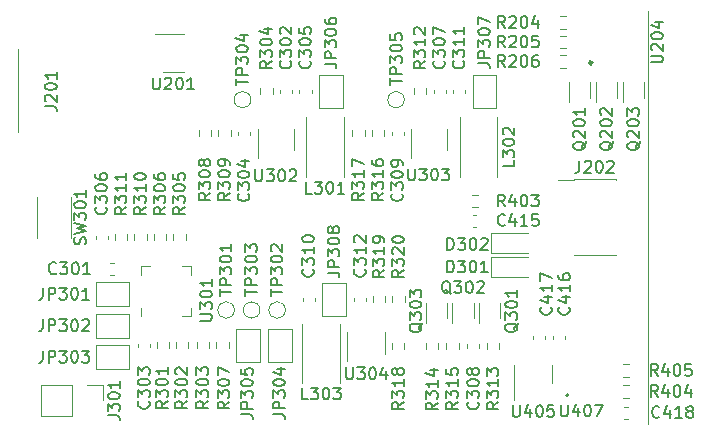
<source format=gbr>
%TF.GenerationSoftware,KiCad,Pcbnew,(5.1.7)-1*%
%TF.CreationDate,2021-01-20T17:17:38-05:00*%
%TF.ProjectId,SYSC4907_REV2,53595343-3439-4303-975f-524556322e6b,rev?*%
%TF.SameCoordinates,Original*%
%TF.FileFunction,Legend,Top*%
%TF.FilePolarity,Positive*%
%FSLAX46Y46*%
G04 Gerber Fmt 4.6, Leading zero omitted, Abs format (unit mm)*
G04 Created by KiCad (PCBNEW (5.1.7)-1) date 2021-01-20 17:17:38*
%MOMM*%
%LPD*%
G01*
G04 APERTURE LIST*
%ADD10C,0.120000*%
%ADD11C,0.350000*%
%ADD12C,0.200000*%
%ADD13C,0.150000*%
G04 APERTURE END LIST*
D10*
X102000000Y-140000000D02*
X102000000Y-105000000D01*
%TO.C,C301*%
X56495733Y-126355000D02*
X56788267Y-126355000D01*
X56495733Y-127375000D02*
X56788267Y-127375000D01*
%TO.C,C302*%
X71876000Y-112000267D02*
X71876000Y-111707733D01*
X70856000Y-112000267D02*
X70856000Y-111707733D01*
%TO.C,C303*%
X59882500Y-133488267D02*
X59882500Y-133195733D01*
X58862500Y-133488267D02*
X58862500Y-133195733D01*
%TO.C,C304*%
X67300000Y-115556267D02*
X67300000Y-115263733D01*
X68320000Y-115556267D02*
X68320000Y-115263733D01*
%TO.C,C305*%
X73527000Y-112000267D02*
X73527000Y-111707733D01*
X72507000Y-112000267D02*
X72507000Y-111707733D01*
%TO.C,C306*%
X55243000Y-124344267D02*
X55243000Y-124051733D01*
X56263000Y-124344267D02*
X56263000Y-124051733D01*
%TO.C,C307*%
X83856000Y-112000267D02*
X83856000Y-111707733D01*
X84876000Y-112000267D02*
X84876000Y-111707733D01*
%TO.C,C308*%
X86673000Y-133547767D02*
X86673000Y-133255233D01*
X87693000Y-133547767D02*
X87693000Y-133255233D01*
%TO.C,C309*%
X81320000Y-115556267D02*
X81320000Y-115263733D01*
X80300000Y-115556267D02*
X80300000Y-115263733D01*
%TO.C,C310*%
X72766500Y-129610767D02*
X72766500Y-129318233D01*
X73786500Y-129610767D02*
X73786500Y-129318233D01*
%TO.C,C311*%
X86527000Y-112000267D02*
X86527000Y-111707733D01*
X85507000Y-112000267D02*
X85507000Y-111707733D01*
%TO.C,C312*%
X77084500Y-129610767D02*
X77084500Y-129318233D01*
X78104500Y-129610767D02*
X78104500Y-129318233D01*
%TO.C,C415*%
X87191733Y-122270000D02*
X87484267Y-122270000D01*
X87191733Y-123290000D02*
X87484267Y-123290000D01*
%TO.C,C416*%
X94960000Y-132832267D02*
X94960000Y-132539733D01*
X93940000Y-132832267D02*
X93940000Y-132539733D01*
%TO.C,C417*%
X92289000Y-132832267D02*
X92289000Y-132539733D01*
X93309000Y-132832267D02*
X93309000Y-132539733D01*
%TO.C,C418*%
X100018733Y-138526000D02*
X100311267Y-138526000D01*
X100018733Y-139546000D02*
X100311267Y-139546000D01*
%TO.C,D301*%
X88740000Y-125867000D02*
X88740000Y-127567000D01*
X88740000Y-127567000D02*
X91890000Y-127567000D01*
X88740000Y-125867000D02*
X91890000Y-125867000D01*
%TO.C,D302*%
X88740000Y-123808501D02*
X91890000Y-123808501D01*
X88740000Y-125508501D02*
X91890000Y-125508501D01*
X88740000Y-123808501D02*
X88740000Y-125508501D01*
%TO.C,J201*%
X48645000Y-108250000D02*
X48645000Y-115250000D01*
%TO.C,J202*%
X99265000Y-125670000D02*
X99265000Y-125735000D01*
X95735000Y-125670000D02*
X95735000Y-125735000D01*
X99265000Y-119265000D02*
X99265000Y-119330000D01*
X95735000Y-119265000D02*
X95735000Y-119330000D01*
X94410000Y-119330000D02*
X95735000Y-119330000D01*
X95735000Y-125735000D02*
X99265000Y-125735000D01*
X95735000Y-119265000D02*
X99265000Y-119265000D01*
%TO.C,JP301*%
X55242000Y-128024000D02*
X58042000Y-128024000D01*
X58042000Y-128024000D02*
X58042000Y-130024000D01*
X58042000Y-130024000D02*
X55242000Y-130024000D01*
X55242000Y-130024000D02*
X55242000Y-128024000D01*
%TO.C,JP302*%
X55242000Y-130691000D02*
X58042000Y-130691000D01*
X58042000Y-130691000D02*
X58042000Y-132691000D01*
X58042000Y-132691000D02*
X55242000Y-132691000D01*
X55242000Y-132691000D02*
X55242000Y-130691000D01*
%TO.C,JP303*%
X58042000Y-133358000D02*
X58042000Y-135358000D01*
X55242000Y-133358000D02*
X58042000Y-133358000D01*
X55242000Y-135358000D02*
X55242000Y-133358000D01*
X58042000Y-135358000D02*
X55242000Y-135358000D01*
%TO.C,JP304*%
X69866000Y-131942000D02*
X71866000Y-131942000D01*
X69866000Y-134742000D02*
X69866000Y-131942000D01*
X71866000Y-134742000D02*
X69866000Y-134742000D01*
X71866000Y-131942000D02*
X71866000Y-134742000D01*
%TO.C,JP305*%
X67161000Y-134736000D02*
X67161000Y-131936000D01*
X67161000Y-131936000D02*
X69161000Y-131936000D01*
X69161000Y-131936000D02*
X69161000Y-134736000D01*
X69161000Y-134736000D02*
X67161000Y-134736000D01*
%TO.C,JP306*%
X76176000Y-113254000D02*
X74176000Y-113254000D01*
X76176000Y-110454000D02*
X76176000Y-113254000D01*
X74176000Y-110454000D02*
X76176000Y-110454000D01*
X74176000Y-113254000D02*
X74176000Y-110454000D01*
%TO.C,JP307*%
X87176000Y-113254000D02*
X87176000Y-110454000D01*
X87176000Y-110454000D02*
X89176000Y-110454000D01*
X89176000Y-110454000D02*
X89176000Y-113254000D01*
X89176000Y-113254000D02*
X87176000Y-113254000D01*
%TO.C,JP308*%
X76435500Y-130864500D02*
X74435500Y-130864500D01*
X76435500Y-128064500D02*
X76435500Y-130864500D01*
X74435500Y-128064500D02*
X76435500Y-128064500D01*
X74435500Y-130864500D02*
X74435500Y-128064500D01*
%TO.C,L301*%
X73068000Y-114053000D02*
X73068000Y-119053000D01*
X76268000Y-114053000D02*
X76268000Y-119053000D01*
%TO.C,L302*%
X86068000Y-114053000D02*
X86068000Y-119053000D01*
X89268000Y-114053000D02*
X89268000Y-119053000D01*
%TO.C,L303*%
X75956000Y-131536500D02*
X75956000Y-136536500D01*
X72756000Y-131536500D02*
X72756000Y-136536500D01*
%TO.C,Q201*%
X97128000Y-111081000D02*
X97128000Y-112381000D01*
X95328000Y-112731000D02*
X95328000Y-111081000D01*
%TO.C,Q202*%
X97614000Y-112731000D02*
X97614000Y-111081000D01*
X99414000Y-111081000D02*
X99414000Y-112381000D01*
%TO.C,Q203*%
X101700000Y-111081000D02*
X101700000Y-112381000D01*
X99900000Y-112731000D02*
X99900000Y-111081000D01*
%TO.C,Q301*%
X87680000Y-131417000D02*
X87680000Y-129767000D01*
X89480000Y-129767000D02*
X89480000Y-131067000D01*
%TO.C,Q302*%
X85457500Y-131417000D02*
X85457500Y-129767000D01*
X87257500Y-129767000D02*
X87257500Y-131067000D01*
%TO.C,Q303*%
X85035000Y-129767000D02*
X85035000Y-131067000D01*
X83235000Y-131417000D02*
X83235000Y-129767000D01*
%TO.C,R204*%
X94576276Y-105493500D02*
X95085724Y-105493500D01*
X94576276Y-106538500D02*
X95085724Y-106538500D01*
%TO.C,R205*%
X94576276Y-108189500D02*
X95085724Y-108189500D01*
X94576276Y-107144500D02*
X95085724Y-107144500D01*
%TO.C,R206*%
X94576276Y-109840500D02*
X95085724Y-109840500D01*
X94576276Y-108795500D02*
X95085724Y-108795500D01*
%TO.C,R301*%
X61482500Y-133596724D02*
X61482500Y-133087276D01*
X60437500Y-133596724D02*
X60437500Y-133087276D01*
%TO.C,R302*%
X63070000Y-133087276D02*
X63070000Y-133596724D01*
X62025000Y-133087276D02*
X62025000Y-133596724D01*
%TO.C,R303*%
X64848000Y-133087276D02*
X64848000Y-133596724D01*
X63803000Y-133087276D02*
X63803000Y-133596724D01*
%TO.C,R304*%
X69192500Y-111599276D02*
X69192500Y-112108724D01*
X70237500Y-111599276D02*
X70237500Y-112108724D01*
%TO.C,R305*%
X62879500Y-124452724D02*
X62879500Y-123943276D01*
X61834500Y-124452724D02*
X61834500Y-123943276D01*
%TO.C,R306*%
X60183500Y-124452724D02*
X60183500Y-123943276D01*
X61228500Y-124452724D02*
X61228500Y-123943276D01*
%TO.C,R307*%
X65479500Y-133066276D02*
X65479500Y-133575724D01*
X66524500Y-133066276D02*
X66524500Y-133575724D01*
%TO.C,R308*%
X66681500Y-115664724D02*
X66681500Y-115155276D01*
X65636500Y-115664724D02*
X65636500Y-115155276D01*
%TO.C,R309*%
X65030500Y-115155276D02*
X65030500Y-115664724D01*
X63985500Y-115155276D02*
X63985500Y-115664724D01*
%TO.C,R310*%
X58532500Y-124452724D02*
X58532500Y-123943276D01*
X59577500Y-124452724D02*
X59577500Y-123943276D01*
%TO.C,R311*%
X57926500Y-124452724D02*
X57926500Y-123943276D01*
X56881500Y-124452724D02*
X56881500Y-123943276D01*
%TO.C,R312*%
X83237500Y-111599276D02*
X83237500Y-112108724D01*
X82192500Y-111599276D02*
X82192500Y-112108724D01*
%TO.C,R313*%
X89420000Y-133146776D02*
X89420000Y-133656224D01*
X88375000Y-133146776D02*
X88375000Y-133656224D01*
%TO.C,R314*%
X83231500Y-133656224D02*
X83231500Y-133146776D01*
X84276500Y-133656224D02*
X84276500Y-133146776D01*
%TO.C,R315*%
X85991000Y-133656224D02*
X85991000Y-133146776D01*
X84946000Y-133656224D02*
X84946000Y-133146776D01*
%TO.C,R316*%
X79681500Y-115664724D02*
X79681500Y-115155276D01*
X78636500Y-115664724D02*
X78636500Y-115155276D01*
%TO.C,R317*%
X76985500Y-115155276D02*
X76985500Y-115664724D01*
X78030500Y-115155276D02*
X78030500Y-115664724D01*
%TO.C,R318*%
X81355500Y-133656224D02*
X81355500Y-133146776D01*
X80310500Y-133656224D02*
X80310500Y-133146776D01*
%TO.C,R319*%
X79768000Y-129209776D02*
X79768000Y-129719224D01*
X78723000Y-129209776D02*
X78723000Y-129719224D01*
%TO.C,R320*%
X81419000Y-129719224D02*
X81419000Y-129209776D01*
X80374000Y-129719224D02*
X80374000Y-129209776D01*
%TO.C,R403*%
X87083276Y-120606500D02*
X87592724Y-120606500D01*
X87083276Y-121651500D02*
X87592724Y-121651500D01*
%TO.C,R404*%
X99910276Y-137780500D02*
X100419724Y-137780500D01*
X99910276Y-136735500D02*
X100419724Y-136735500D01*
%TO.C,R405*%
X99910276Y-136002500D02*
X100419724Y-136002500D01*
X99910276Y-134957500D02*
X100419724Y-134957500D01*
%TO.C,SW301*%
X50300000Y-120750000D02*
X50300000Y-124250000D01*
X53200000Y-120750000D02*
X53200000Y-124250000D01*
%TO.C,TP301*%
X66994000Y-130357500D02*
G75*
G03*
X66994000Y-130357500I-700000J0D01*
G01*
%TO.C,TP302*%
X71312000Y-130357500D02*
G75*
G03*
X71312000Y-130357500I-700000J0D01*
G01*
%TO.C,TP303*%
X69153000Y-130357500D02*
G75*
G03*
X69153000Y-130357500I-700000J0D01*
G01*
%TO.C,TP304*%
X68383000Y-112550000D02*
G75*
G03*
X68383000Y-112550000I-700000J0D01*
G01*
%TO.C,TP305*%
X81383000Y-112550000D02*
G75*
G03*
X81383000Y-112550000I-700000J0D01*
G01*
%TO.C,U201*%
X62711000Y-106946000D02*
X60261000Y-106946000D01*
X60911000Y-110166000D02*
X62711000Y-110166000D01*
D11*
%TO.C,U204*%
X97257000Y-109417000D02*
G75*
G03*
X97257000Y-109417000I-100000J0D01*
G01*
D10*
%TO.C,U301*%
X59104000Y-130155000D02*
X59104000Y-130880000D01*
X63324000Y-126660000D02*
X62599000Y-126660000D01*
X63324000Y-127385000D02*
X63324000Y-126660000D01*
X63324000Y-130880000D02*
X62599000Y-130880000D01*
X63324000Y-130155000D02*
X63324000Y-130880000D01*
X59104000Y-126660000D02*
X59829000Y-126660000D01*
X59104000Y-127385000D02*
X59104000Y-126660000D01*
%TO.C,U302*%
X72037000Y-116798000D02*
X72037000Y-115038000D01*
X68967000Y-115038000D02*
X68967000Y-117468000D01*
%TO.C,U303*%
X81967000Y-115038000D02*
X81967000Y-117468000D01*
X85037000Y-116798000D02*
X85037000Y-115038000D01*
%TO.C,U304*%
X79776000Y-134047500D02*
X79776000Y-132247500D01*
X76556000Y-132247500D02*
X76556000Y-134697500D01*
%TO.C,U405*%
X90681000Y-137996000D02*
X90681000Y-134996000D01*
X93901000Y-136496000D02*
X93901000Y-134996000D01*
D12*
%TO.C,U407*%
X95282000Y-137569000D02*
G75*
G03*
X95282000Y-137569000I-100000J0D01*
G01*
D10*
%TO.C,J301*%
X50630000Y-136670000D02*
X50630000Y-139330000D01*
X53230000Y-136670000D02*
X50630000Y-136670000D01*
X53230000Y-139330000D02*
X50630000Y-139330000D01*
X53230000Y-136670000D02*
X53230000Y-139330000D01*
X54500000Y-136670000D02*
X55830000Y-136670000D01*
X55830000Y-136670000D02*
X55830000Y-138000000D01*
%TO.C,C301*%
D13*
X51903452Y-127222142D02*
X51855833Y-127269761D01*
X51712976Y-127317380D01*
X51617738Y-127317380D01*
X51474880Y-127269761D01*
X51379642Y-127174523D01*
X51332023Y-127079285D01*
X51284404Y-126888809D01*
X51284404Y-126745952D01*
X51332023Y-126555476D01*
X51379642Y-126460238D01*
X51474880Y-126365000D01*
X51617738Y-126317380D01*
X51712976Y-126317380D01*
X51855833Y-126365000D01*
X51903452Y-126412619D01*
X52236785Y-126317380D02*
X52855833Y-126317380D01*
X52522500Y-126698333D01*
X52665357Y-126698333D01*
X52760595Y-126745952D01*
X52808214Y-126793571D01*
X52855833Y-126888809D01*
X52855833Y-127126904D01*
X52808214Y-127222142D01*
X52760595Y-127269761D01*
X52665357Y-127317380D01*
X52379642Y-127317380D01*
X52284404Y-127269761D01*
X52236785Y-127222142D01*
X53474880Y-126317380D02*
X53570119Y-126317380D01*
X53665357Y-126365000D01*
X53712976Y-126412619D01*
X53760595Y-126507857D01*
X53808214Y-126698333D01*
X53808214Y-126936428D01*
X53760595Y-127126904D01*
X53712976Y-127222142D01*
X53665357Y-127269761D01*
X53570119Y-127317380D01*
X53474880Y-127317380D01*
X53379642Y-127269761D01*
X53332023Y-127222142D01*
X53284404Y-127126904D01*
X53236785Y-126936428D01*
X53236785Y-126698333D01*
X53284404Y-126507857D01*
X53332023Y-126412619D01*
X53379642Y-126365000D01*
X53474880Y-126317380D01*
X54760595Y-127317380D02*
X54189166Y-127317380D01*
X54474880Y-127317380D02*
X54474880Y-126317380D01*
X54379642Y-126460238D01*
X54284404Y-126555476D01*
X54189166Y-126603095D01*
%TO.C,C302*%
X71723142Y-109263547D02*
X71770761Y-109311166D01*
X71818380Y-109454023D01*
X71818380Y-109549261D01*
X71770761Y-109692119D01*
X71675523Y-109787357D01*
X71580285Y-109834976D01*
X71389809Y-109882595D01*
X71246952Y-109882595D01*
X71056476Y-109834976D01*
X70961238Y-109787357D01*
X70866000Y-109692119D01*
X70818380Y-109549261D01*
X70818380Y-109454023D01*
X70866000Y-109311166D01*
X70913619Y-109263547D01*
X70818380Y-108930214D02*
X70818380Y-108311166D01*
X71199333Y-108644500D01*
X71199333Y-108501642D01*
X71246952Y-108406404D01*
X71294571Y-108358785D01*
X71389809Y-108311166D01*
X71627904Y-108311166D01*
X71723142Y-108358785D01*
X71770761Y-108406404D01*
X71818380Y-108501642D01*
X71818380Y-108787357D01*
X71770761Y-108882595D01*
X71723142Y-108930214D01*
X70818380Y-107692119D02*
X70818380Y-107596880D01*
X70866000Y-107501642D01*
X70913619Y-107454023D01*
X71008857Y-107406404D01*
X71199333Y-107358785D01*
X71437428Y-107358785D01*
X71627904Y-107406404D01*
X71723142Y-107454023D01*
X71770761Y-107501642D01*
X71818380Y-107596880D01*
X71818380Y-107692119D01*
X71770761Y-107787357D01*
X71723142Y-107834976D01*
X71627904Y-107882595D01*
X71437428Y-107930214D01*
X71199333Y-107930214D01*
X71008857Y-107882595D01*
X70913619Y-107834976D01*
X70866000Y-107787357D01*
X70818380Y-107692119D01*
X70913619Y-106977833D02*
X70866000Y-106930214D01*
X70818380Y-106834976D01*
X70818380Y-106596880D01*
X70866000Y-106501642D01*
X70913619Y-106454023D01*
X71008857Y-106406404D01*
X71104095Y-106406404D01*
X71246952Y-106454023D01*
X71818380Y-107025452D01*
X71818380Y-106406404D01*
%TO.C,C303*%
X59729642Y-138080547D02*
X59777261Y-138128166D01*
X59824880Y-138271023D01*
X59824880Y-138366261D01*
X59777261Y-138509119D01*
X59682023Y-138604357D01*
X59586785Y-138651976D01*
X59396309Y-138699595D01*
X59253452Y-138699595D01*
X59062976Y-138651976D01*
X58967738Y-138604357D01*
X58872500Y-138509119D01*
X58824880Y-138366261D01*
X58824880Y-138271023D01*
X58872500Y-138128166D01*
X58920119Y-138080547D01*
X58824880Y-137747214D02*
X58824880Y-137128166D01*
X59205833Y-137461500D01*
X59205833Y-137318642D01*
X59253452Y-137223404D01*
X59301071Y-137175785D01*
X59396309Y-137128166D01*
X59634404Y-137128166D01*
X59729642Y-137175785D01*
X59777261Y-137223404D01*
X59824880Y-137318642D01*
X59824880Y-137604357D01*
X59777261Y-137699595D01*
X59729642Y-137747214D01*
X58824880Y-136509119D02*
X58824880Y-136413880D01*
X58872500Y-136318642D01*
X58920119Y-136271023D01*
X59015357Y-136223404D01*
X59205833Y-136175785D01*
X59443928Y-136175785D01*
X59634404Y-136223404D01*
X59729642Y-136271023D01*
X59777261Y-136318642D01*
X59824880Y-136413880D01*
X59824880Y-136509119D01*
X59777261Y-136604357D01*
X59729642Y-136651976D01*
X59634404Y-136699595D01*
X59443928Y-136747214D01*
X59205833Y-136747214D01*
X59015357Y-136699595D01*
X58920119Y-136651976D01*
X58872500Y-136604357D01*
X58824880Y-136509119D01*
X58824880Y-135842452D02*
X58824880Y-135223404D01*
X59205833Y-135556738D01*
X59205833Y-135413880D01*
X59253452Y-135318642D01*
X59301071Y-135271023D01*
X59396309Y-135223404D01*
X59634404Y-135223404D01*
X59729642Y-135271023D01*
X59777261Y-135318642D01*
X59824880Y-135413880D01*
X59824880Y-135699595D01*
X59777261Y-135794833D01*
X59729642Y-135842452D01*
%TO.C,C304*%
X68167142Y-120492547D02*
X68214761Y-120540166D01*
X68262380Y-120683023D01*
X68262380Y-120778261D01*
X68214761Y-120921119D01*
X68119523Y-121016357D01*
X68024285Y-121063976D01*
X67833809Y-121111595D01*
X67690952Y-121111595D01*
X67500476Y-121063976D01*
X67405238Y-121016357D01*
X67310000Y-120921119D01*
X67262380Y-120778261D01*
X67262380Y-120683023D01*
X67310000Y-120540166D01*
X67357619Y-120492547D01*
X67262380Y-120159214D02*
X67262380Y-119540166D01*
X67643333Y-119873500D01*
X67643333Y-119730642D01*
X67690952Y-119635404D01*
X67738571Y-119587785D01*
X67833809Y-119540166D01*
X68071904Y-119540166D01*
X68167142Y-119587785D01*
X68214761Y-119635404D01*
X68262380Y-119730642D01*
X68262380Y-120016357D01*
X68214761Y-120111595D01*
X68167142Y-120159214D01*
X67262380Y-118921119D02*
X67262380Y-118825880D01*
X67310000Y-118730642D01*
X67357619Y-118683023D01*
X67452857Y-118635404D01*
X67643333Y-118587785D01*
X67881428Y-118587785D01*
X68071904Y-118635404D01*
X68167142Y-118683023D01*
X68214761Y-118730642D01*
X68262380Y-118825880D01*
X68262380Y-118921119D01*
X68214761Y-119016357D01*
X68167142Y-119063976D01*
X68071904Y-119111595D01*
X67881428Y-119159214D01*
X67643333Y-119159214D01*
X67452857Y-119111595D01*
X67357619Y-119063976D01*
X67310000Y-119016357D01*
X67262380Y-118921119D01*
X67595714Y-117730642D02*
X68262380Y-117730642D01*
X67214761Y-117968738D02*
X67929047Y-118206833D01*
X67929047Y-117587785D01*
%TO.C,C305*%
X73374142Y-109263547D02*
X73421761Y-109311166D01*
X73469380Y-109454023D01*
X73469380Y-109549261D01*
X73421761Y-109692119D01*
X73326523Y-109787357D01*
X73231285Y-109834976D01*
X73040809Y-109882595D01*
X72897952Y-109882595D01*
X72707476Y-109834976D01*
X72612238Y-109787357D01*
X72517000Y-109692119D01*
X72469380Y-109549261D01*
X72469380Y-109454023D01*
X72517000Y-109311166D01*
X72564619Y-109263547D01*
X72469380Y-108930214D02*
X72469380Y-108311166D01*
X72850333Y-108644500D01*
X72850333Y-108501642D01*
X72897952Y-108406404D01*
X72945571Y-108358785D01*
X73040809Y-108311166D01*
X73278904Y-108311166D01*
X73374142Y-108358785D01*
X73421761Y-108406404D01*
X73469380Y-108501642D01*
X73469380Y-108787357D01*
X73421761Y-108882595D01*
X73374142Y-108930214D01*
X72469380Y-107692119D02*
X72469380Y-107596880D01*
X72517000Y-107501642D01*
X72564619Y-107454023D01*
X72659857Y-107406404D01*
X72850333Y-107358785D01*
X73088428Y-107358785D01*
X73278904Y-107406404D01*
X73374142Y-107454023D01*
X73421761Y-107501642D01*
X73469380Y-107596880D01*
X73469380Y-107692119D01*
X73421761Y-107787357D01*
X73374142Y-107834976D01*
X73278904Y-107882595D01*
X73088428Y-107930214D01*
X72850333Y-107930214D01*
X72659857Y-107882595D01*
X72564619Y-107834976D01*
X72517000Y-107787357D01*
X72469380Y-107692119D01*
X72469380Y-106454023D02*
X72469380Y-106930214D01*
X72945571Y-106977833D01*
X72897952Y-106930214D01*
X72850333Y-106834976D01*
X72850333Y-106596880D01*
X72897952Y-106501642D01*
X72945571Y-106454023D01*
X73040809Y-106406404D01*
X73278904Y-106406404D01*
X73374142Y-106454023D01*
X73421761Y-106501642D01*
X73469380Y-106596880D01*
X73469380Y-106834976D01*
X73421761Y-106930214D01*
X73374142Y-106977833D01*
%TO.C,C306*%
X56110142Y-121634047D02*
X56157761Y-121681666D01*
X56205380Y-121824523D01*
X56205380Y-121919761D01*
X56157761Y-122062619D01*
X56062523Y-122157857D01*
X55967285Y-122205476D01*
X55776809Y-122253095D01*
X55633952Y-122253095D01*
X55443476Y-122205476D01*
X55348238Y-122157857D01*
X55253000Y-122062619D01*
X55205380Y-121919761D01*
X55205380Y-121824523D01*
X55253000Y-121681666D01*
X55300619Y-121634047D01*
X55205380Y-121300714D02*
X55205380Y-120681666D01*
X55586333Y-121015000D01*
X55586333Y-120872142D01*
X55633952Y-120776904D01*
X55681571Y-120729285D01*
X55776809Y-120681666D01*
X56014904Y-120681666D01*
X56110142Y-120729285D01*
X56157761Y-120776904D01*
X56205380Y-120872142D01*
X56205380Y-121157857D01*
X56157761Y-121253095D01*
X56110142Y-121300714D01*
X55205380Y-120062619D02*
X55205380Y-119967380D01*
X55253000Y-119872142D01*
X55300619Y-119824523D01*
X55395857Y-119776904D01*
X55586333Y-119729285D01*
X55824428Y-119729285D01*
X56014904Y-119776904D01*
X56110142Y-119824523D01*
X56157761Y-119872142D01*
X56205380Y-119967380D01*
X56205380Y-120062619D01*
X56157761Y-120157857D01*
X56110142Y-120205476D01*
X56014904Y-120253095D01*
X55824428Y-120300714D01*
X55586333Y-120300714D01*
X55395857Y-120253095D01*
X55300619Y-120205476D01*
X55253000Y-120157857D01*
X55205380Y-120062619D01*
X55205380Y-118872142D02*
X55205380Y-119062619D01*
X55253000Y-119157857D01*
X55300619Y-119205476D01*
X55443476Y-119300714D01*
X55633952Y-119348333D01*
X56014904Y-119348333D01*
X56110142Y-119300714D01*
X56157761Y-119253095D01*
X56205380Y-119157857D01*
X56205380Y-118967380D01*
X56157761Y-118872142D01*
X56110142Y-118824523D01*
X56014904Y-118776904D01*
X55776809Y-118776904D01*
X55681571Y-118824523D01*
X55633952Y-118872142D01*
X55586333Y-118967380D01*
X55586333Y-119157857D01*
X55633952Y-119253095D01*
X55681571Y-119300714D01*
X55776809Y-119348333D01*
%TO.C,C307*%
X84723142Y-109263547D02*
X84770761Y-109311166D01*
X84818380Y-109454023D01*
X84818380Y-109549261D01*
X84770761Y-109692119D01*
X84675523Y-109787357D01*
X84580285Y-109834976D01*
X84389809Y-109882595D01*
X84246952Y-109882595D01*
X84056476Y-109834976D01*
X83961238Y-109787357D01*
X83866000Y-109692119D01*
X83818380Y-109549261D01*
X83818380Y-109454023D01*
X83866000Y-109311166D01*
X83913619Y-109263547D01*
X83818380Y-108930214D02*
X83818380Y-108311166D01*
X84199333Y-108644500D01*
X84199333Y-108501642D01*
X84246952Y-108406404D01*
X84294571Y-108358785D01*
X84389809Y-108311166D01*
X84627904Y-108311166D01*
X84723142Y-108358785D01*
X84770761Y-108406404D01*
X84818380Y-108501642D01*
X84818380Y-108787357D01*
X84770761Y-108882595D01*
X84723142Y-108930214D01*
X83818380Y-107692119D02*
X83818380Y-107596880D01*
X83866000Y-107501642D01*
X83913619Y-107454023D01*
X84008857Y-107406404D01*
X84199333Y-107358785D01*
X84437428Y-107358785D01*
X84627904Y-107406404D01*
X84723142Y-107454023D01*
X84770761Y-107501642D01*
X84818380Y-107596880D01*
X84818380Y-107692119D01*
X84770761Y-107787357D01*
X84723142Y-107834976D01*
X84627904Y-107882595D01*
X84437428Y-107930214D01*
X84199333Y-107930214D01*
X84008857Y-107882595D01*
X83913619Y-107834976D01*
X83866000Y-107787357D01*
X83818380Y-107692119D01*
X83818380Y-107025452D02*
X83818380Y-106358785D01*
X84818380Y-106787357D01*
%TO.C,C308*%
X87603642Y-138140047D02*
X87651261Y-138187666D01*
X87698880Y-138330523D01*
X87698880Y-138425761D01*
X87651261Y-138568619D01*
X87556023Y-138663857D01*
X87460785Y-138711476D01*
X87270309Y-138759095D01*
X87127452Y-138759095D01*
X86936976Y-138711476D01*
X86841738Y-138663857D01*
X86746500Y-138568619D01*
X86698880Y-138425761D01*
X86698880Y-138330523D01*
X86746500Y-138187666D01*
X86794119Y-138140047D01*
X86698880Y-137806714D02*
X86698880Y-137187666D01*
X87079833Y-137521000D01*
X87079833Y-137378142D01*
X87127452Y-137282904D01*
X87175071Y-137235285D01*
X87270309Y-137187666D01*
X87508404Y-137187666D01*
X87603642Y-137235285D01*
X87651261Y-137282904D01*
X87698880Y-137378142D01*
X87698880Y-137663857D01*
X87651261Y-137759095D01*
X87603642Y-137806714D01*
X86698880Y-136568619D02*
X86698880Y-136473380D01*
X86746500Y-136378142D01*
X86794119Y-136330523D01*
X86889357Y-136282904D01*
X87079833Y-136235285D01*
X87317928Y-136235285D01*
X87508404Y-136282904D01*
X87603642Y-136330523D01*
X87651261Y-136378142D01*
X87698880Y-136473380D01*
X87698880Y-136568619D01*
X87651261Y-136663857D01*
X87603642Y-136711476D01*
X87508404Y-136759095D01*
X87317928Y-136806714D01*
X87079833Y-136806714D01*
X86889357Y-136759095D01*
X86794119Y-136711476D01*
X86746500Y-136663857D01*
X86698880Y-136568619D01*
X87127452Y-135663857D02*
X87079833Y-135759095D01*
X87032214Y-135806714D01*
X86936976Y-135854333D01*
X86889357Y-135854333D01*
X86794119Y-135806714D01*
X86746500Y-135759095D01*
X86698880Y-135663857D01*
X86698880Y-135473380D01*
X86746500Y-135378142D01*
X86794119Y-135330523D01*
X86889357Y-135282904D01*
X86936976Y-135282904D01*
X87032214Y-135330523D01*
X87079833Y-135378142D01*
X87127452Y-135473380D01*
X87127452Y-135663857D01*
X87175071Y-135759095D01*
X87222690Y-135806714D01*
X87317928Y-135854333D01*
X87508404Y-135854333D01*
X87603642Y-135806714D01*
X87651261Y-135759095D01*
X87698880Y-135663857D01*
X87698880Y-135473380D01*
X87651261Y-135378142D01*
X87603642Y-135330523D01*
X87508404Y-135282904D01*
X87317928Y-135282904D01*
X87222690Y-135330523D01*
X87175071Y-135378142D01*
X87127452Y-135473380D01*
%TO.C,C309*%
X81167142Y-120492547D02*
X81214761Y-120540166D01*
X81262380Y-120683023D01*
X81262380Y-120778261D01*
X81214761Y-120921119D01*
X81119523Y-121016357D01*
X81024285Y-121063976D01*
X80833809Y-121111595D01*
X80690952Y-121111595D01*
X80500476Y-121063976D01*
X80405238Y-121016357D01*
X80310000Y-120921119D01*
X80262380Y-120778261D01*
X80262380Y-120683023D01*
X80310000Y-120540166D01*
X80357619Y-120492547D01*
X80262380Y-120159214D02*
X80262380Y-119540166D01*
X80643333Y-119873500D01*
X80643333Y-119730642D01*
X80690952Y-119635404D01*
X80738571Y-119587785D01*
X80833809Y-119540166D01*
X81071904Y-119540166D01*
X81167142Y-119587785D01*
X81214761Y-119635404D01*
X81262380Y-119730642D01*
X81262380Y-120016357D01*
X81214761Y-120111595D01*
X81167142Y-120159214D01*
X80262380Y-118921119D02*
X80262380Y-118825880D01*
X80310000Y-118730642D01*
X80357619Y-118683023D01*
X80452857Y-118635404D01*
X80643333Y-118587785D01*
X80881428Y-118587785D01*
X81071904Y-118635404D01*
X81167142Y-118683023D01*
X81214761Y-118730642D01*
X81262380Y-118825880D01*
X81262380Y-118921119D01*
X81214761Y-119016357D01*
X81167142Y-119063976D01*
X81071904Y-119111595D01*
X80881428Y-119159214D01*
X80643333Y-119159214D01*
X80452857Y-119111595D01*
X80357619Y-119063976D01*
X80310000Y-119016357D01*
X80262380Y-118921119D01*
X81262380Y-118111595D02*
X81262380Y-117921119D01*
X81214761Y-117825880D01*
X81167142Y-117778261D01*
X81024285Y-117683023D01*
X80833809Y-117635404D01*
X80452857Y-117635404D01*
X80357619Y-117683023D01*
X80310000Y-117730642D01*
X80262380Y-117825880D01*
X80262380Y-118016357D01*
X80310000Y-118111595D01*
X80357619Y-118159214D01*
X80452857Y-118206833D01*
X80690952Y-118206833D01*
X80786190Y-118159214D01*
X80833809Y-118111595D01*
X80881428Y-118016357D01*
X80881428Y-117825880D01*
X80833809Y-117730642D01*
X80786190Y-117683023D01*
X80690952Y-117635404D01*
%TO.C,C310*%
X73633642Y-126900547D02*
X73681261Y-126948166D01*
X73728880Y-127091023D01*
X73728880Y-127186261D01*
X73681261Y-127329119D01*
X73586023Y-127424357D01*
X73490785Y-127471976D01*
X73300309Y-127519595D01*
X73157452Y-127519595D01*
X72966976Y-127471976D01*
X72871738Y-127424357D01*
X72776500Y-127329119D01*
X72728880Y-127186261D01*
X72728880Y-127091023D01*
X72776500Y-126948166D01*
X72824119Y-126900547D01*
X72728880Y-126567214D02*
X72728880Y-125948166D01*
X73109833Y-126281500D01*
X73109833Y-126138642D01*
X73157452Y-126043404D01*
X73205071Y-125995785D01*
X73300309Y-125948166D01*
X73538404Y-125948166D01*
X73633642Y-125995785D01*
X73681261Y-126043404D01*
X73728880Y-126138642D01*
X73728880Y-126424357D01*
X73681261Y-126519595D01*
X73633642Y-126567214D01*
X73728880Y-124995785D02*
X73728880Y-125567214D01*
X73728880Y-125281500D02*
X72728880Y-125281500D01*
X72871738Y-125376738D01*
X72966976Y-125471976D01*
X73014595Y-125567214D01*
X72728880Y-124376738D02*
X72728880Y-124281500D01*
X72776500Y-124186261D01*
X72824119Y-124138642D01*
X72919357Y-124091023D01*
X73109833Y-124043404D01*
X73347928Y-124043404D01*
X73538404Y-124091023D01*
X73633642Y-124138642D01*
X73681261Y-124186261D01*
X73728880Y-124281500D01*
X73728880Y-124376738D01*
X73681261Y-124471976D01*
X73633642Y-124519595D01*
X73538404Y-124567214D01*
X73347928Y-124614833D01*
X73109833Y-124614833D01*
X72919357Y-124567214D01*
X72824119Y-124519595D01*
X72776500Y-124471976D01*
X72728880Y-124376738D01*
%TO.C,C311*%
X86374142Y-109263547D02*
X86421761Y-109311166D01*
X86469380Y-109454023D01*
X86469380Y-109549261D01*
X86421761Y-109692119D01*
X86326523Y-109787357D01*
X86231285Y-109834976D01*
X86040809Y-109882595D01*
X85897952Y-109882595D01*
X85707476Y-109834976D01*
X85612238Y-109787357D01*
X85517000Y-109692119D01*
X85469380Y-109549261D01*
X85469380Y-109454023D01*
X85517000Y-109311166D01*
X85564619Y-109263547D01*
X85469380Y-108930214D02*
X85469380Y-108311166D01*
X85850333Y-108644500D01*
X85850333Y-108501642D01*
X85897952Y-108406404D01*
X85945571Y-108358785D01*
X86040809Y-108311166D01*
X86278904Y-108311166D01*
X86374142Y-108358785D01*
X86421761Y-108406404D01*
X86469380Y-108501642D01*
X86469380Y-108787357D01*
X86421761Y-108882595D01*
X86374142Y-108930214D01*
X86469380Y-107358785D02*
X86469380Y-107930214D01*
X86469380Y-107644500D02*
X85469380Y-107644500D01*
X85612238Y-107739738D01*
X85707476Y-107834976D01*
X85755095Y-107930214D01*
X86469380Y-106406404D02*
X86469380Y-106977833D01*
X86469380Y-106692119D02*
X85469380Y-106692119D01*
X85612238Y-106787357D01*
X85707476Y-106882595D01*
X85755095Y-106977833D01*
%TO.C,C312*%
X78015142Y-126900547D02*
X78062761Y-126948166D01*
X78110380Y-127091023D01*
X78110380Y-127186261D01*
X78062761Y-127329119D01*
X77967523Y-127424357D01*
X77872285Y-127471976D01*
X77681809Y-127519595D01*
X77538952Y-127519595D01*
X77348476Y-127471976D01*
X77253238Y-127424357D01*
X77158000Y-127329119D01*
X77110380Y-127186261D01*
X77110380Y-127091023D01*
X77158000Y-126948166D01*
X77205619Y-126900547D01*
X77110380Y-126567214D02*
X77110380Y-125948166D01*
X77491333Y-126281500D01*
X77491333Y-126138642D01*
X77538952Y-126043404D01*
X77586571Y-125995785D01*
X77681809Y-125948166D01*
X77919904Y-125948166D01*
X78015142Y-125995785D01*
X78062761Y-126043404D01*
X78110380Y-126138642D01*
X78110380Y-126424357D01*
X78062761Y-126519595D01*
X78015142Y-126567214D01*
X78110380Y-124995785D02*
X78110380Y-125567214D01*
X78110380Y-125281500D02*
X77110380Y-125281500D01*
X77253238Y-125376738D01*
X77348476Y-125471976D01*
X77396095Y-125567214D01*
X77205619Y-124614833D02*
X77158000Y-124567214D01*
X77110380Y-124471976D01*
X77110380Y-124233880D01*
X77158000Y-124138642D01*
X77205619Y-124091023D01*
X77300857Y-124043404D01*
X77396095Y-124043404D01*
X77538952Y-124091023D01*
X78110380Y-124662452D01*
X78110380Y-124043404D01*
%TO.C,C415*%
X89901952Y-123137142D02*
X89854333Y-123184761D01*
X89711476Y-123232380D01*
X89616238Y-123232380D01*
X89473380Y-123184761D01*
X89378142Y-123089523D01*
X89330523Y-122994285D01*
X89282904Y-122803809D01*
X89282904Y-122660952D01*
X89330523Y-122470476D01*
X89378142Y-122375238D01*
X89473380Y-122280000D01*
X89616238Y-122232380D01*
X89711476Y-122232380D01*
X89854333Y-122280000D01*
X89901952Y-122327619D01*
X90759095Y-122565714D02*
X90759095Y-123232380D01*
X90521000Y-122184761D02*
X90282904Y-122899047D01*
X90901952Y-122899047D01*
X91806714Y-123232380D02*
X91235285Y-123232380D01*
X91521000Y-123232380D02*
X91521000Y-122232380D01*
X91425761Y-122375238D01*
X91330523Y-122470476D01*
X91235285Y-122518095D01*
X92711476Y-122232380D02*
X92235285Y-122232380D01*
X92187666Y-122708571D01*
X92235285Y-122660952D01*
X92330523Y-122613333D01*
X92568619Y-122613333D01*
X92663857Y-122660952D01*
X92711476Y-122708571D01*
X92759095Y-122803809D01*
X92759095Y-123041904D01*
X92711476Y-123137142D01*
X92663857Y-123184761D01*
X92568619Y-123232380D01*
X92330523Y-123232380D01*
X92235285Y-123184761D01*
X92187666Y-123137142D01*
%TO.C,C416*%
X95315142Y-130122047D02*
X95362761Y-130169666D01*
X95410380Y-130312523D01*
X95410380Y-130407761D01*
X95362761Y-130550619D01*
X95267523Y-130645857D01*
X95172285Y-130693476D01*
X94981809Y-130741095D01*
X94838952Y-130741095D01*
X94648476Y-130693476D01*
X94553238Y-130645857D01*
X94458000Y-130550619D01*
X94410380Y-130407761D01*
X94410380Y-130312523D01*
X94458000Y-130169666D01*
X94505619Y-130122047D01*
X94743714Y-129264904D02*
X95410380Y-129264904D01*
X94362761Y-129503000D02*
X95077047Y-129741095D01*
X95077047Y-129122047D01*
X95410380Y-128217285D02*
X95410380Y-128788714D01*
X95410380Y-128503000D02*
X94410380Y-128503000D01*
X94553238Y-128598238D01*
X94648476Y-128693476D01*
X94696095Y-128788714D01*
X94410380Y-127360142D02*
X94410380Y-127550619D01*
X94458000Y-127645857D01*
X94505619Y-127693476D01*
X94648476Y-127788714D01*
X94838952Y-127836333D01*
X95219904Y-127836333D01*
X95315142Y-127788714D01*
X95362761Y-127741095D01*
X95410380Y-127645857D01*
X95410380Y-127455380D01*
X95362761Y-127360142D01*
X95315142Y-127312523D01*
X95219904Y-127264904D01*
X94981809Y-127264904D01*
X94886571Y-127312523D01*
X94838952Y-127360142D01*
X94791333Y-127455380D01*
X94791333Y-127645857D01*
X94838952Y-127741095D01*
X94886571Y-127788714D01*
X94981809Y-127836333D01*
%TO.C,C417*%
X93791142Y-130122047D02*
X93838761Y-130169666D01*
X93886380Y-130312523D01*
X93886380Y-130407761D01*
X93838761Y-130550619D01*
X93743523Y-130645857D01*
X93648285Y-130693476D01*
X93457809Y-130741095D01*
X93314952Y-130741095D01*
X93124476Y-130693476D01*
X93029238Y-130645857D01*
X92934000Y-130550619D01*
X92886380Y-130407761D01*
X92886380Y-130312523D01*
X92934000Y-130169666D01*
X92981619Y-130122047D01*
X93219714Y-129264904D02*
X93886380Y-129264904D01*
X92838761Y-129503000D02*
X93553047Y-129741095D01*
X93553047Y-129122047D01*
X93886380Y-128217285D02*
X93886380Y-128788714D01*
X93886380Y-128503000D02*
X92886380Y-128503000D01*
X93029238Y-128598238D01*
X93124476Y-128693476D01*
X93172095Y-128788714D01*
X92886380Y-127883952D02*
X92886380Y-127217285D01*
X93886380Y-127645857D01*
%TO.C,C418*%
X102982952Y-139393142D02*
X102935333Y-139440761D01*
X102792476Y-139488380D01*
X102697238Y-139488380D01*
X102554380Y-139440761D01*
X102459142Y-139345523D01*
X102411523Y-139250285D01*
X102363904Y-139059809D01*
X102363904Y-138916952D01*
X102411523Y-138726476D01*
X102459142Y-138631238D01*
X102554380Y-138536000D01*
X102697238Y-138488380D01*
X102792476Y-138488380D01*
X102935333Y-138536000D01*
X102982952Y-138583619D01*
X103840095Y-138821714D02*
X103840095Y-139488380D01*
X103602000Y-138440761D02*
X103363904Y-139155047D01*
X103982952Y-139155047D01*
X104887714Y-139488380D02*
X104316285Y-139488380D01*
X104602000Y-139488380D02*
X104602000Y-138488380D01*
X104506761Y-138631238D01*
X104411523Y-138726476D01*
X104316285Y-138774095D01*
X105459142Y-138916952D02*
X105363904Y-138869333D01*
X105316285Y-138821714D01*
X105268666Y-138726476D01*
X105268666Y-138678857D01*
X105316285Y-138583619D01*
X105363904Y-138536000D01*
X105459142Y-138488380D01*
X105649619Y-138488380D01*
X105744857Y-138536000D01*
X105792476Y-138583619D01*
X105840095Y-138678857D01*
X105840095Y-138726476D01*
X105792476Y-138821714D01*
X105744857Y-138869333D01*
X105649619Y-138916952D01*
X105459142Y-138916952D01*
X105363904Y-138964571D01*
X105316285Y-139012190D01*
X105268666Y-139107428D01*
X105268666Y-139297904D01*
X105316285Y-139393142D01*
X105363904Y-139440761D01*
X105459142Y-139488380D01*
X105649619Y-139488380D01*
X105744857Y-139440761D01*
X105792476Y-139393142D01*
X105840095Y-139297904D01*
X105840095Y-139107428D01*
X105792476Y-139012190D01*
X105744857Y-138964571D01*
X105649619Y-138916952D01*
%TO.C,D301*%
X85012523Y-127169380D02*
X85012523Y-126169380D01*
X85250619Y-126169380D01*
X85393476Y-126217000D01*
X85488714Y-126312238D01*
X85536333Y-126407476D01*
X85583952Y-126597952D01*
X85583952Y-126740809D01*
X85536333Y-126931285D01*
X85488714Y-127026523D01*
X85393476Y-127121761D01*
X85250619Y-127169380D01*
X85012523Y-127169380D01*
X85917285Y-126169380D02*
X86536333Y-126169380D01*
X86203000Y-126550333D01*
X86345857Y-126550333D01*
X86441095Y-126597952D01*
X86488714Y-126645571D01*
X86536333Y-126740809D01*
X86536333Y-126978904D01*
X86488714Y-127074142D01*
X86441095Y-127121761D01*
X86345857Y-127169380D01*
X86060142Y-127169380D01*
X85964904Y-127121761D01*
X85917285Y-127074142D01*
X87155380Y-126169380D02*
X87250619Y-126169380D01*
X87345857Y-126217000D01*
X87393476Y-126264619D01*
X87441095Y-126359857D01*
X87488714Y-126550333D01*
X87488714Y-126788428D01*
X87441095Y-126978904D01*
X87393476Y-127074142D01*
X87345857Y-127121761D01*
X87250619Y-127169380D01*
X87155380Y-127169380D01*
X87060142Y-127121761D01*
X87012523Y-127074142D01*
X86964904Y-126978904D01*
X86917285Y-126788428D01*
X86917285Y-126550333D01*
X86964904Y-126359857D01*
X87012523Y-126264619D01*
X87060142Y-126217000D01*
X87155380Y-126169380D01*
X88441095Y-127169380D02*
X87869666Y-127169380D01*
X88155380Y-127169380D02*
X88155380Y-126169380D01*
X88060142Y-126312238D01*
X87964904Y-126407476D01*
X87869666Y-126455095D01*
%TO.C,D302*%
X85012523Y-125264380D02*
X85012523Y-124264380D01*
X85250619Y-124264380D01*
X85393476Y-124312000D01*
X85488714Y-124407238D01*
X85536333Y-124502476D01*
X85583952Y-124692952D01*
X85583952Y-124835809D01*
X85536333Y-125026285D01*
X85488714Y-125121523D01*
X85393476Y-125216761D01*
X85250619Y-125264380D01*
X85012523Y-125264380D01*
X85917285Y-124264380D02*
X86536333Y-124264380D01*
X86203000Y-124645333D01*
X86345857Y-124645333D01*
X86441095Y-124692952D01*
X86488714Y-124740571D01*
X86536333Y-124835809D01*
X86536333Y-125073904D01*
X86488714Y-125169142D01*
X86441095Y-125216761D01*
X86345857Y-125264380D01*
X86060142Y-125264380D01*
X85964904Y-125216761D01*
X85917285Y-125169142D01*
X87155380Y-124264380D02*
X87250619Y-124264380D01*
X87345857Y-124312000D01*
X87393476Y-124359619D01*
X87441095Y-124454857D01*
X87488714Y-124645333D01*
X87488714Y-124883428D01*
X87441095Y-125073904D01*
X87393476Y-125169142D01*
X87345857Y-125216761D01*
X87250619Y-125264380D01*
X87155380Y-125264380D01*
X87060142Y-125216761D01*
X87012523Y-125169142D01*
X86964904Y-125073904D01*
X86917285Y-124883428D01*
X86917285Y-124645333D01*
X86964904Y-124454857D01*
X87012523Y-124359619D01*
X87060142Y-124312000D01*
X87155380Y-124264380D01*
X87869666Y-124359619D02*
X87917285Y-124312000D01*
X88012523Y-124264380D01*
X88250619Y-124264380D01*
X88345857Y-124312000D01*
X88393476Y-124359619D01*
X88441095Y-124454857D01*
X88441095Y-124550095D01*
X88393476Y-124692952D01*
X87822047Y-125264380D01*
X88441095Y-125264380D01*
%TO.C,J201*%
X50952380Y-113111914D02*
X51666666Y-113111914D01*
X51809523Y-113159533D01*
X51904761Y-113254771D01*
X51952380Y-113397628D01*
X51952380Y-113492866D01*
X51047619Y-112683342D02*
X51000000Y-112635723D01*
X50952380Y-112540485D01*
X50952380Y-112302390D01*
X51000000Y-112207152D01*
X51047619Y-112159533D01*
X51142857Y-112111914D01*
X51238095Y-112111914D01*
X51380952Y-112159533D01*
X51952380Y-112730961D01*
X51952380Y-112111914D01*
X50952380Y-111492866D02*
X50952380Y-111397628D01*
X51000000Y-111302390D01*
X51047619Y-111254771D01*
X51142857Y-111207152D01*
X51333333Y-111159533D01*
X51571428Y-111159533D01*
X51761904Y-111207152D01*
X51857142Y-111254771D01*
X51904761Y-111302390D01*
X51952380Y-111397628D01*
X51952380Y-111492866D01*
X51904761Y-111588104D01*
X51857142Y-111635723D01*
X51761904Y-111683342D01*
X51571428Y-111730961D01*
X51333333Y-111730961D01*
X51142857Y-111683342D01*
X51047619Y-111635723D01*
X51000000Y-111588104D01*
X50952380Y-111492866D01*
X51952380Y-110207152D02*
X51952380Y-110778580D01*
X51952380Y-110492866D02*
X50952380Y-110492866D01*
X51095238Y-110588104D01*
X51190476Y-110683342D01*
X51238095Y-110778580D01*
%TO.C,J202*%
X96214285Y-117717380D02*
X96214285Y-118431666D01*
X96166666Y-118574523D01*
X96071428Y-118669761D01*
X95928571Y-118717380D01*
X95833333Y-118717380D01*
X96642857Y-117812619D02*
X96690476Y-117765000D01*
X96785714Y-117717380D01*
X97023809Y-117717380D01*
X97119047Y-117765000D01*
X97166666Y-117812619D01*
X97214285Y-117907857D01*
X97214285Y-118003095D01*
X97166666Y-118145952D01*
X96595238Y-118717380D01*
X97214285Y-118717380D01*
X97833333Y-117717380D02*
X97928571Y-117717380D01*
X98023809Y-117765000D01*
X98071428Y-117812619D01*
X98119047Y-117907857D01*
X98166666Y-118098333D01*
X98166666Y-118336428D01*
X98119047Y-118526904D01*
X98071428Y-118622142D01*
X98023809Y-118669761D01*
X97928571Y-118717380D01*
X97833333Y-118717380D01*
X97738095Y-118669761D01*
X97690476Y-118622142D01*
X97642857Y-118526904D01*
X97595238Y-118336428D01*
X97595238Y-118098333D01*
X97642857Y-117907857D01*
X97690476Y-117812619D01*
X97738095Y-117765000D01*
X97833333Y-117717380D01*
X98547619Y-117812619D02*
X98595238Y-117765000D01*
X98690476Y-117717380D01*
X98928571Y-117717380D01*
X99023809Y-117765000D01*
X99071428Y-117812619D01*
X99119047Y-117907857D01*
X99119047Y-118003095D01*
X99071428Y-118145952D01*
X98500000Y-118717380D01*
X99119047Y-118717380D01*
%TO.C,JP301*%
X50792285Y-128476380D02*
X50792285Y-129190666D01*
X50744666Y-129333523D01*
X50649428Y-129428761D01*
X50506571Y-129476380D01*
X50411333Y-129476380D01*
X51268476Y-129476380D02*
X51268476Y-128476380D01*
X51649428Y-128476380D01*
X51744666Y-128524000D01*
X51792285Y-128571619D01*
X51839904Y-128666857D01*
X51839904Y-128809714D01*
X51792285Y-128904952D01*
X51744666Y-128952571D01*
X51649428Y-129000190D01*
X51268476Y-129000190D01*
X52173238Y-128476380D02*
X52792285Y-128476380D01*
X52458952Y-128857333D01*
X52601809Y-128857333D01*
X52697047Y-128904952D01*
X52744666Y-128952571D01*
X52792285Y-129047809D01*
X52792285Y-129285904D01*
X52744666Y-129381142D01*
X52697047Y-129428761D01*
X52601809Y-129476380D01*
X52316095Y-129476380D01*
X52220857Y-129428761D01*
X52173238Y-129381142D01*
X53411333Y-128476380D02*
X53506571Y-128476380D01*
X53601809Y-128524000D01*
X53649428Y-128571619D01*
X53697047Y-128666857D01*
X53744666Y-128857333D01*
X53744666Y-129095428D01*
X53697047Y-129285904D01*
X53649428Y-129381142D01*
X53601809Y-129428761D01*
X53506571Y-129476380D01*
X53411333Y-129476380D01*
X53316095Y-129428761D01*
X53268476Y-129381142D01*
X53220857Y-129285904D01*
X53173238Y-129095428D01*
X53173238Y-128857333D01*
X53220857Y-128666857D01*
X53268476Y-128571619D01*
X53316095Y-128524000D01*
X53411333Y-128476380D01*
X54697047Y-129476380D02*
X54125619Y-129476380D01*
X54411333Y-129476380D02*
X54411333Y-128476380D01*
X54316095Y-128619238D01*
X54220857Y-128714476D01*
X54125619Y-128762095D01*
%TO.C,JP302*%
X50792285Y-131143380D02*
X50792285Y-131857666D01*
X50744666Y-132000523D01*
X50649428Y-132095761D01*
X50506571Y-132143380D01*
X50411333Y-132143380D01*
X51268476Y-132143380D02*
X51268476Y-131143380D01*
X51649428Y-131143380D01*
X51744666Y-131191000D01*
X51792285Y-131238619D01*
X51839904Y-131333857D01*
X51839904Y-131476714D01*
X51792285Y-131571952D01*
X51744666Y-131619571D01*
X51649428Y-131667190D01*
X51268476Y-131667190D01*
X52173238Y-131143380D02*
X52792285Y-131143380D01*
X52458952Y-131524333D01*
X52601809Y-131524333D01*
X52697047Y-131571952D01*
X52744666Y-131619571D01*
X52792285Y-131714809D01*
X52792285Y-131952904D01*
X52744666Y-132048142D01*
X52697047Y-132095761D01*
X52601809Y-132143380D01*
X52316095Y-132143380D01*
X52220857Y-132095761D01*
X52173238Y-132048142D01*
X53411333Y-131143380D02*
X53506571Y-131143380D01*
X53601809Y-131191000D01*
X53649428Y-131238619D01*
X53697047Y-131333857D01*
X53744666Y-131524333D01*
X53744666Y-131762428D01*
X53697047Y-131952904D01*
X53649428Y-132048142D01*
X53601809Y-132095761D01*
X53506571Y-132143380D01*
X53411333Y-132143380D01*
X53316095Y-132095761D01*
X53268476Y-132048142D01*
X53220857Y-131952904D01*
X53173238Y-131762428D01*
X53173238Y-131524333D01*
X53220857Y-131333857D01*
X53268476Y-131238619D01*
X53316095Y-131191000D01*
X53411333Y-131143380D01*
X54125619Y-131238619D02*
X54173238Y-131191000D01*
X54268476Y-131143380D01*
X54506571Y-131143380D01*
X54601809Y-131191000D01*
X54649428Y-131238619D01*
X54697047Y-131333857D01*
X54697047Y-131429095D01*
X54649428Y-131571952D01*
X54078000Y-132143380D01*
X54697047Y-132143380D01*
%TO.C,JP303*%
X50792285Y-133810380D02*
X50792285Y-134524666D01*
X50744666Y-134667523D01*
X50649428Y-134762761D01*
X50506571Y-134810380D01*
X50411333Y-134810380D01*
X51268476Y-134810380D02*
X51268476Y-133810380D01*
X51649428Y-133810380D01*
X51744666Y-133858000D01*
X51792285Y-133905619D01*
X51839904Y-134000857D01*
X51839904Y-134143714D01*
X51792285Y-134238952D01*
X51744666Y-134286571D01*
X51649428Y-134334190D01*
X51268476Y-134334190D01*
X52173238Y-133810380D02*
X52792285Y-133810380D01*
X52458952Y-134191333D01*
X52601809Y-134191333D01*
X52697047Y-134238952D01*
X52744666Y-134286571D01*
X52792285Y-134381809D01*
X52792285Y-134619904D01*
X52744666Y-134715142D01*
X52697047Y-134762761D01*
X52601809Y-134810380D01*
X52316095Y-134810380D01*
X52220857Y-134762761D01*
X52173238Y-134715142D01*
X53411333Y-133810380D02*
X53506571Y-133810380D01*
X53601809Y-133858000D01*
X53649428Y-133905619D01*
X53697047Y-134000857D01*
X53744666Y-134191333D01*
X53744666Y-134429428D01*
X53697047Y-134619904D01*
X53649428Y-134715142D01*
X53601809Y-134762761D01*
X53506571Y-134810380D01*
X53411333Y-134810380D01*
X53316095Y-134762761D01*
X53268476Y-134715142D01*
X53220857Y-134619904D01*
X53173238Y-134429428D01*
X53173238Y-134191333D01*
X53220857Y-134000857D01*
X53268476Y-133905619D01*
X53316095Y-133858000D01*
X53411333Y-133810380D01*
X54078000Y-133810380D02*
X54697047Y-133810380D01*
X54363714Y-134191333D01*
X54506571Y-134191333D01*
X54601809Y-134238952D01*
X54649428Y-134286571D01*
X54697047Y-134381809D01*
X54697047Y-134619904D01*
X54649428Y-134715142D01*
X54601809Y-134762761D01*
X54506571Y-134810380D01*
X54220857Y-134810380D01*
X54125619Y-134762761D01*
X54078000Y-134715142D01*
%TO.C,JP304*%
X70280380Y-139170714D02*
X70994666Y-139170714D01*
X71137523Y-139218333D01*
X71232761Y-139313571D01*
X71280380Y-139456428D01*
X71280380Y-139551666D01*
X71280380Y-138694523D02*
X70280380Y-138694523D01*
X70280380Y-138313571D01*
X70328000Y-138218333D01*
X70375619Y-138170714D01*
X70470857Y-138123095D01*
X70613714Y-138123095D01*
X70708952Y-138170714D01*
X70756571Y-138218333D01*
X70804190Y-138313571D01*
X70804190Y-138694523D01*
X70280380Y-137789761D02*
X70280380Y-137170714D01*
X70661333Y-137504047D01*
X70661333Y-137361190D01*
X70708952Y-137265952D01*
X70756571Y-137218333D01*
X70851809Y-137170714D01*
X71089904Y-137170714D01*
X71185142Y-137218333D01*
X71232761Y-137265952D01*
X71280380Y-137361190D01*
X71280380Y-137646904D01*
X71232761Y-137742142D01*
X71185142Y-137789761D01*
X70280380Y-136551666D02*
X70280380Y-136456428D01*
X70328000Y-136361190D01*
X70375619Y-136313571D01*
X70470857Y-136265952D01*
X70661333Y-136218333D01*
X70899428Y-136218333D01*
X71089904Y-136265952D01*
X71185142Y-136313571D01*
X71232761Y-136361190D01*
X71280380Y-136456428D01*
X71280380Y-136551666D01*
X71232761Y-136646904D01*
X71185142Y-136694523D01*
X71089904Y-136742142D01*
X70899428Y-136789761D01*
X70661333Y-136789761D01*
X70470857Y-136742142D01*
X70375619Y-136694523D01*
X70328000Y-136646904D01*
X70280380Y-136551666D01*
X70613714Y-135361190D02*
X71280380Y-135361190D01*
X70232761Y-135599285D02*
X70947047Y-135837380D01*
X70947047Y-135218333D01*
%TO.C,JP305*%
X67549880Y-139185714D02*
X68264166Y-139185714D01*
X68407023Y-139233333D01*
X68502261Y-139328571D01*
X68549880Y-139471428D01*
X68549880Y-139566666D01*
X68549880Y-138709523D02*
X67549880Y-138709523D01*
X67549880Y-138328571D01*
X67597500Y-138233333D01*
X67645119Y-138185714D01*
X67740357Y-138138095D01*
X67883214Y-138138095D01*
X67978452Y-138185714D01*
X68026071Y-138233333D01*
X68073690Y-138328571D01*
X68073690Y-138709523D01*
X67549880Y-137804761D02*
X67549880Y-137185714D01*
X67930833Y-137519047D01*
X67930833Y-137376190D01*
X67978452Y-137280952D01*
X68026071Y-137233333D01*
X68121309Y-137185714D01*
X68359404Y-137185714D01*
X68454642Y-137233333D01*
X68502261Y-137280952D01*
X68549880Y-137376190D01*
X68549880Y-137661904D01*
X68502261Y-137757142D01*
X68454642Y-137804761D01*
X67549880Y-136566666D02*
X67549880Y-136471428D01*
X67597500Y-136376190D01*
X67645119Y-136328571D01*
X67740357Y-136280952D01*
X67930833Y-136233333D01*
X68168928Y-136233333D01*
X68359404Y-136280952D01*
X68454642Y-136328571D01*
X68502261Y-136376190D01*
X68549880Y-136471428D01*
X68549880Y-136566666D01*
X68502261Y-136661904D01*
X68454642Y-136709523D01*
X68359404Y-136757142D01*
X68168928Y-136804761D01*
X67930833Y-136804761D01*
X67740357Y-136757142D01*
X67645119Y-136709523D01*
X67597500Y-136661904D01*
X67549880Y-136566666D01*
X67549880Y-135328571D02*
X67549880Y-135804761D01*
X68026071Y-135852380D01*
X67978452Y-135804761D01*
X67930833Y-135709523D01*
X67930833Y-135471428D01*
X67978452Y-135376190D01*
X68026071Y-135328571D01*
X68121309Y-135280952D01*
X68359404Y-135280952D01*
X68454642Y-135328571D01*
X68502261Y-135376190D01*
X68549880Y-135471428D01*
X68549880Y-135709523D01*
X68502261Y-135804761D01*
X68454642Y-135852380D01*
%TO.C,JP306*%
X74628380Y-109509714D02*
X75342666Y-109509714D01*
X75485523Y-109557333D01*
X75580761Y-109652571D01*
X75628380Y-109795428D01*
X75628380Y-109890666D01*
X75628380Y-109033523D02*
X74628380Y-109033523D01*
X74628380Y-108652571D01*
X74676000Y-108557333D01*
X74723619Y-108509714D01*
X74818857Y-108462095D01*
X74961714Y-108462095D01*
X75056952Y-108509714D01*
X75104571Y-108557333D01*
X75152190Y-108652571D01*
X75152190Y-109033523D01*
X74628380Y-108128761D02*
X74628380Y-107509714D01*
X75009333Y-107843047D01*
X75009333Y-107700190D01*
X75056952Y-107604952D01*
X75104571Y-107557333D01*
X75199809Y-107509714D01*
X75437904Y-107509714D01*
X75533142Y-107557333D01*
X75580761Y-107604952D01*
X75628380Y-107700190D01*
X75628380Y-107985904D01*
X75580761Y-108081142D01*
X75533142Y-108128761D01*
X74628380Y-106890666D02*
X74628380Y-106795428D01*
X74676000Y-106700190D01*
X74723619Y-106652571D01*
X74818857Y-106604952D01*
X75009333Y-106557333D01*
X75247428Y-106557333D01*
X75437904Y-106604952D01*
X75533142Y-106652571D01*
X75580761Y-106700190D01*
X75628380Y-106795428D01*
X75628380Y-106890666D01*
X75580761Y-106985904D01*
X75533142Y-107033523D01*
X75437904Y-107081142D01*
X75247428Y-107128761D01*
X75009333Y-107128761D01*
X74818857Y-107081142D01*
X74723619Y-107033523D01*
X74676000Y-106985904D01*
X74628380Y-106890666D01*
X74628380Y-105700190D02*
X74628380Y-105890666D01*
X74676000Y-105985904D01*
X74723619Y-106033523D01*
X74866476Y-106128761D01*
X75056952Y-106176380D01*
X75437904Y-106176380D01*
X75533142Y-106128761D01*
X75580761Y-106081142D01*
X75628380Y-105985904D01*
X75628380Y-105795428D01*
X75580761Y-105700190D01*
X75533142Y-105652571D01*
X75437904Y-105604952D01*
X75199809Y-105604952D01*
X75104571Y-105652571D01*
X75056952Y-105700190D01*
X75009333Y-105795428D01*
X75009333Y-105985904D01*
X75056952Y-106081142D01*
X75104571Y-106128761D01*
X75199809Y-106176380D01*
%TO.C,JP307*%
X87628380Y-109463714D02*
X88342666Y-109463714D01*
X88485523Y-109511333D01*
X88580761Y-109606571D01*
X88628380Y-109749428D01*
X88628380Y-109844666D01*
X88628380Y-108987523D02*
X87628380Y-108987523D01*
X87628380Y-108606571D01*
X87676000Y-108511333D01*
X87723619Y-108463714D01*
X87818857Y-108416095D01*
X87961714Y-108416095D01*
X88056952Y-108463714D01*
X88104571Y-108511333D01*
X88152190Y-108606571D01*
X88152190Y-108987523D01*
X87628380Y-108082761D02*
X87628380Y-107463714D01*
X88009333Y-107797047D01*
X88009333Y-107654190D01*
X88056952Y-107558952D01*
X88104571Y-107511333D01*
X88199809Y-107463714D01*
X88437904Y-107463714D01*
X88533142Y-107511333D01*
X88580761Y-107558952D01*
X88628380Y-107654190D01*
X88628380Y-107939904D01*
X88580761Y-108035142D01*
X88533142Y-108082761D01*
X87628380Y-106844666D02*
X87628380Y-106749428D01*
X87676000Y-106654190D01*
X87723619Y-106606571D01*
X87818857Y-106558952D01*
X88009333Y-106511333D01*
X88247428Y-106511333D01*
X88437904Y-106558952D01*
X88533142Y-106606571D01*
X88580761Y-106654190D01*
X88628380Y-106749428D01*
X88628380Y-106844666D01*
X88580761Y-106939904D01*
X88533142Y-106987523D01*
X88437904Y-107035142D01*
X88247428Y-107082761D01*
X88009333Y-107082761D01*
X87818857Y-107035142D01*
X87723619Y-106987523D01*
X87676000Y-106939904D01*
X87628380Y-106844666D01*
X87628380Y-106178000D02*
X87628380Y-105511333D01*
X88628380Y-105939904D01*
%TO.C,JP308*%
X74887880Y-127186214D02*
X75602166Y-127186214D01*
X75745023Y-127233833D01*
X75840261Y-127329071D01*
X75887880Y-127471928D01*
X75887880Y-127567166D01*
X75887880Y-126710023D02*
X74887880Y-126710023D01*
X74887880Y-126329071D01*
X74935500Y-126233833D01*
X74983119Y-126186214D01*
X75078357Y-126138595D01*
X75221214Y-126138595D01*
X75316452Y-126186214D01*
X75364071Y-126233833D01*
X75411690Y-126329071D01*
X75411690Y-126710023D01*
X74887880Y-125805261D02*
X74887880Y-125186214D01*
X75268833Y-125519547D01*
X75268833Y-125376690D01*
X75316452Y-125281452D01*
X75364071Y-125233833D01*
X75459309Y-125186214D01*
X75697404Y-125186214D01*
X75792642Y-125233833D01*
X75840261Y-125281452D01*
X75887880Y-125376690D01*
X75887880Y-125662404D01*
X75840261Y-125757642D01*
X75792642Y-125805261D01*
X74887880Y-124567166D02*
X74887880Y-124471928D01*
X74935500Y-124376690D01*
X74983119Y-124329071D01*
X75078357Y-124281452D01*
X75268833Y-124233833D01*
X75506928Y-124233833D01*
X75697404Y-124281452D01*
X75792642Y-124329071D01*
X75840261Y-124376690D01*
X75887880Y-124471928D01*
X75887880Y-124567166D01*
X75840261Y-124662404D01*
X75792642Y-124710023D01*
X75697404Y-124757642D01*
X75506928Y-124805261D01*
X75268833Y-124805261D01*
X75078357Y-124757642D01*
X74983119Y-124710023D01*
X74935500Y-124662404D01*
X74887880Y-124567166D01*
X75316452Y-123662404D02*
X75268833Y-123757642D01*
X75221214Y-123805261D01*
X75125976Y-123852880D01*
X75078357Y-123852880D01*
X74983119Y-123805261D01*
X74935500Y-123757642D01*
X74887880Y-123662404D01*
X74887880Y-123471928D01*
X74935500Y-123376690D01*
X74983119Y-123329071D01*
X75078357Y-123281452D01*
X75125976Y-123281452D01*
X75221214Y-123329071D01*
X75268833Y-123376690D01*
X75316452Y-123471928D01*
X75316452Y-123662404D01*
X75364071Y-123757642D01*
X75411690Y-123805261D01*
X75506928Y-123852880D01*
X75697404Y-123852880D01*
X75792642Y-123805261D01*
X75840261Y-123757642D01*
X75887880Y-123662404D01*
X75887880Y-123471928D01*
X75840261Y-123376690D01*
X75792642Y-123329071D01*
X75697404Y-123281452D01*
X75506928Y-123281452D01*
X75411690Y-123329071D01*
X75364071Y-123376690D01*
X75316452Y-123471928D01*
%TO.C,L301*%
X73548952Y-120495380D02*
X73072761Y-120495380D01*
X73072761Y-119495380D01*
X73787047Y-119495380D02*
X74406095Y-119495380D01*
X74072761Y-119876333D01*
X74215619Y-119876333D01*
X74310857Y-119923952D01*
X74358476Y-119971571D01*
X74406095Y-120066809D01*
X74406095Y-120304904D01*
X74358476Y-120400142D01*
X74310857Y-120447761D01*
X74215619Y-120495380D01*
X73929904Y-120495380D01*
X73834666Y-120447761D01*
X73787047Y-120400142D01*
X75025142Y-119495380D02*
X75120380Y-119495380D01*
X75215619Y-119543000D01*
X75263238Y-119590619D01*
X75310857Y-119685857D01*
X75358476Y-119876333D01*
X75358476Y-120114428D01*
X75310857Y-120304904D01*
X75263238Y-120400142D01*
X75215619Y-120447761D01*
X75120380Y-120495380D01*
X75025142Y-120495380D01*
X74929904Y-120447761D01*
X74882285Y-120400142D01*
X74834666Y-120304904D01*
X74787047Y-120114428D01*
X74787047Y-119876333D01*
X74834666Y-119685857D01*
X74882285Y-119590619D01*
X74929904Y-119543000D01*
X75025142Y-119495380D01*
X76310857Y-120495380D02*
X75739428Y-120495380D01*
X76025142Y-120495380D02*
X76025142Y-119495380D01*
X75929904Y-119638238D01*
X75834666Y-119733476D01*
X75739428Y-119781095D01*
%TO.C,L302*%
X90711380Y-117676047D02*
X90711380Y-118152238D01*
X89711380Y-118152238D01*
X89711380Y-117437952D02*
X89711380Y-116818904D01*
X90092333Y-117152238D01*
X90092333Y-117009380D01*
X90139952Y-116914142D01*
X90187571Y-116866523D01*
X90282809Y-116818904D01*
X90520904Y-116818904D01*
X90616142Y-116866523D01*
X90663761Y-116914142D01*
X90711380Y-117009380D01*
X90711380Y-117295095D01*
X90663761Y-117390333D01*
X90616142Y-117437952D01*
X89711380Y-116199857D02*
X89711380Y-116104619D01*
X89759000Y-116009380D01*
X89806619Y-115961761D01*
X89901857Y-115914142D01*
X90092333Y-115866523D01*
X90330428Y-115866523D01*
X90520904Y-115914142D01*
X90616142Y-115961761D01*
X90663761Y-116009380D01*
X90711380Y-116104619D01*
X90711380Y-116199857D01*
X90663761Y-116295095D01*
X90616142Y-116342714D01*
X90520904Y-116390333D01*
X90330428Y-116437952D01*
X90092333Y-116437952D01*
X89901857Y-116390333D01*
X89806619Y-116342714D01*
X89759000Y-116295095D01*
X89711380Y-116199857D01*
X89806619Y-115485571D02*
X89759000Y-115437952D01*
X89711380Y-115342714D01*
X89711380Y-115104619D01*
X89759000Y-115009380D01*
X89806619Y-114961761D01*
X89901857Y-114914142D01*
X89997095Y-114914142D01*
X90139952Y-114961761D01*
X90711380Y-115533190D01*
X90711380Y-114914142D01*
%TO.C,L303*%
X73236952Y-137917880D02*
X72760761Y-137917880D01*
X72760761Y-136917880D01*
X73475047Y-136917880D02*
X74094095Y-136917880D01*
X73760761Y-137298833D01*
X73903619Y-137298833D01*
X73998857Y-137346452D01*
X74046476Y-137394071D01*
X74094095Y-137489309D01*
X74094095Y-137727404D01*
X74046476Y-137822642D01*
X73998857Y-137870261D01*
X73903619Y-137917880D01*
X73617904Y-137917880D01*
X73522666Y-137870261D01*
X73475047Y-137822642D01*
X74713142Y-136917880D02*
X74808380Y-136917880D01*
X74903619Y-136965500D01*
X74951238Y-137013119D01*
X74998857Y-137108357D01*
X75046476Y-137298833D01*
X75046476Y-137536928D01*
X74998857Y-137727404D01*
X74951238Y-137822642D01*
X74903619Y-137870261D01*
X74808380Y-137917880D01*
X74713142Y-137917880D01*
X74617904Y-137870261D01*
X74570285Y-137822642D01*
X74522666Y-137727404D01*
X74475047Y-137536928D01*
X74475047Y-137298833D01*
X74522666Y-137108357D01*
X74570285Y-137013119D01*
X74617904Y-136965500D01*
X74713142Y-136917880D01*
X75379809Y-136917880D02*
X75998857Y-136917880D01*
X75665523Y-137298833D01*
X75808380Y-137298833D01*
X75903619Y-137346452D01*
X75951238Y-137394071D01*
X75998857Y-137489309D01*
X75998857Y-137727404D01*
X75951238Y-137822642D01*
X75903619Y-137870261D01*
X75808380Y-137917880D01*
X75522666Y-137917880D01*
X75427428Y-137870261D01*
X75379809Y-137822642D01*
%TO.C,Q201*%
X96775619Y-116080619D02*
X96728000Y-116175857D01*
X96632761Y-116271095D01*
X96489904Y-116413952D01*
X96442285Y-116509190D01*
X96442285Y-116604428D01*
X96680380Y-116556809D02*
X96632761Y-116652047D01*
X96537523Y-116747285D01*
X96347047Y-116794904D01*
X96013714Y-116794904D01*
X95823238Y-116747285D01*
X95728000Y-116652047D01*
X95680380Y-116556809D01*
X95680380Y-116366333D01*
X95728000Y-116271095D01*
X95823238Y-116175857D01*
X96013714Y-116128238D01*
X96347047Y-116128238D01*
X96537523Y-116175857D01*
X96632761Y-116271095D01*
X96680380Y-116366333D01*
X96680380Y-116556809D01*
X95775619Y-115747285D02*
X95728000Y-115699666D01*
X95680380Y-115604428D01*
X95680380Y-115366333D01*
X95728000Y-115271095D01*
X95775619Y-115223476D01*
X95870857Y-115175857D01*
X95966095Y-115175857D01*
X96108952Y-115223476D01*
X96680380Y-115794904D01*
X96680380Y-115175857D01*
X95680380Y-114556809D02*
X95680380Y-114461571D01*
X95728000Y-114366333D01*
X95775619Y-114318714D01*
X95870857Y-114271095D01*
X96061333Y-114223476D01*
X96299428Y-114223476D01*
X96489904Y-114271095D01*
X96585142Y-114318714D01*
X96632761Y-114366333D01*
X96680380Y-114461571D01*
X96680380Y-114556809D01*
X96632761Y-114652047D01*
X96585142Y-114699666D01*
X96489904Y-114747285D01*
X96299428Y-114794904D01*
X96061333Y-114794904D01*
X95870857Y-114747285D01*
X95775619Y-114699666D01*
X95728000Y-114652047D01*
X95680380Y-114556809D01*
X96680380Y-113271095D02*
X96680380Y-113842523D01*
X96680380Y-113556809D02*
X95680380Y-113556809D01*
X95823238Y-113652047D01*
X95918476Y-113747285D01*
X95966095Y-113842523D01*
%TO.C,Q202*%
X99061619Y-116080619D02*
X99014000Y-116175857D01*
X98918761Y-116271095D01*
X98775904Y-116413952D01*
X98728285Y-116509190D01*
X98728285Y-116604428D01*
X98966380Y-116556809D02*
X98918761Y-116652047D01*
X98823523Y-116747285D01*
X98633047Y-116794904D01*
X98299714Y-116794904D01*
X98109238Y-116747285D01*
X98014000Y-116652047D01*
X97966380Y-116556809D01*
X97966380Y-116366333D01*
X98014000Y-116271095D01*
X98109238Y-116175857D01*
X98299714Y-116128238D01*
X98633047Y-116128238D01*
X98823523Y-116175857D01*
X98918761Y-116271095D01*
X98966380Y-116366333D01*
X98966380Y-116556809D01*
X98061619Y-115747285D02*
X98014000Y-115699666D01*
X97966380Y-115604428D01*
X97966380Y-115366333D01*
X98014000Y-115271095D01*
X98061619Y-115223476D01*
X98156857Y-115175857D01*
X98252095Y-115175857D01*
X98394952Y-115223476D01*
X98966380Y-115794904D01*
X98966380Y-115175857D01*
X97966380Y-114556809D02*
X97966380Y-114461571D01*
X98014000Y-114366333D01*
X98061619Y-114318714D01*
X98156857Y-114271095D01*
X98347333Y-114223476D01*
X98585428Y-114223476D01*
X98775904Y-114271095D01*
X98871142Y-114318714D01*
X98918761Y-114366333D01*
X98966380Y-114461571D01*
X98966380Y-114556809D01*
X98918761Y-114652047D01*
X98871142Y-114699666D01*
X98775904Y-114747285D01*
X98585428Y-114794904D01*
X98347333Y-114794904D01*
X98156857Y-114747285D01*
X98061619Y-114699666D01*
X98014000Y-114652047D01*
X97966380Y-114556809D01*
X98061619Y-113842523D02*
X98014000Y-113794904D01*
X97966380Y-113699666D01*
X97966380Y-113461571D01*
X98014000Y-113366333D01*
X98061619Y-113318714D01*
X98156857Y-113271095D01*
X98252095Y-113271095D01*
X98394952Y-113318714D01*
X98966380Y-113890142D01*
X98966380Y-113271095D01*
%TO.C,Q203*%
X101347619Y-116080619D02*
X101300000Y-116175857D01*
X101204761Y-116271095D01*
X101061904Y-116413952D01*
X101014285Y-116509190D01*
X101014285Y-116604428D01*
X101252380Y-116556809D02*
X101204761Y-116652047D01*
X101109523Y-116747285D01*
X100919047Y-116794904D01*
X100585714Y-116794904D01*
X100395238Y-116747285D01*
X100300000Y-116652047D01*
X100252380Y-116556809D01*
X100252380Y-116366333D01*
X100300000Y-116271095D01*
X100395238Y-116175857D01*
X100585714Y-116128238D01*
X100919047Y-116128238D01*
X101109523Y-116175857D01*
X101204761Y-116271095D01*
X101252380Y-116366333D01*
X101252380Y-116556809D01*
X100347619Y-115747285D02*
X100300000Y-115699666D01*
X100252380Y-115604428D01*
X100252380Y-115366333D01*
X100300000Y-115271095D01*
X100347619Y-115223476D01*
X100442857Y-115175857D01*
X100538095Y-115175857D01*
X100680952Y-115223476D01*
X101252380Y-115794904D01*
X101252380Y-115175857D01*
X100252380Y-114556809D02*
X100252380Y-114461571D01*
X100300000Y-114366333D01*
X100347619Y-114318714D01*
X100442857Y-114271095D01*
X100633333Y-114223476D01*
X100871428Y-114223476D01*
X101061904Y-114271095D01*
X101157142Y-114318714D01*
X101204761Y-114366333D01*
X101252380Y-114461571D01*
X101252380Y-114556809D01*
X101204761Y-114652047D01*
X101157142Y-114699666D01*
X101061904Y-114747285D01*
X100871428Y-114794904D01*
X100633333Y-114794904D01*
X100442857Y-114747285D01*
X100347619Y-114699666D01*
X100300000Y-114652047D01*
X100252380Y-114556809D01*
X100252380Y-113890142D02*
X100252380Y-113271095D01*
X100633333Y-113604428D01*
X100633333Y-113461571D01*
X100680952Y-113366333D01*
X100728571Y-113318714D01*
X100823809Y-113271095D01*
X101061904Y-113271095D01*
X101157142Y-113318714D01*
X101204761Y-113366333D01*
X101252380Y-113461571D01*
X101252380Y-113747285D01*
X101204761Y-113842523D01*
X101157142Y-113890142D01*
%TO.C,Q301*%
X91032619Y-131464619D02*
X90985000Y-131559857D01*
X90889761Y-131655095D01*
X90746904Y-131797952D01*
X90699285Y-131893190D01*
X90699285Y-131988428D01*
X90937380Y-131940809D02*
X90889761Y-132036047D01*
X90794523Y-132131285D01*
X90604047Y-132178904D01*
X90270714Y-132178904D01*
X90080238Y-132131285D01*
X89985000Y-132036047D01*
X89937380Y-131940809D01*
X89937380Y-131750333D01*
X89985000Y-131655095D01*
X90080238Y-131559857D01*
X90270714Y-131512238D01*
X90604047Y-131512238D01*
X90794523Y-131559857D01*
X90889761Y-131655095D01*
X90937380Y-131750333D01*
X90937380Y-131940809D01*
X89937380Y-131178904D02*
X89937380Y-130559857D01*
X90318333Y-130893190D01*
X90318333Y-130750333D01*
X90365952Y-130655095D01*
X90413571Y-130607476D01*
X90508809Y-130559857D01*
X90746904Y-130559857D01*
X90842142Y-130607476D01*
X90889761Y-130655095D01*
X90937380Y-130750333D01*
X90937380Y-131036047D01*
X90889761Y-131131285D01*
X90842142Y-131178904D01*
X89937380Y-129940809D02*
X89937380Y-129845571D01*
X89985000Y-129750333D01*
X90032619Y-129702714D01*
X90127857Y-129655095D01*
X90318333Y-129607476D01*
X90556428Y-129607476D01*
X90746904Y-129655095D01*
X90842142Y-129702714D01*
X90889761Y-129750333D01*
X90937380Y-129845571D01*
X90937380Y-129940809D01*
X90889761Y-130036047D01*
X90842142Y-130083666D01*
X90746904Y-130131285D01*
X90556428Y-130178904D01*
X90318333Y-130178904D01*
X90127857Y-130131285D01*
X90032619Y-130083666D01*
X89985000Y-130036047D01*
X89937380Y-129940809D01*
X90937380Y-128655095D02*
X90937380Y-129226523D01*
X90937380Y-128940809D02*
X89937380Y-128940809D01*
X90080238Y-129036047D01*
X90175476Y-129131285D01*
X90223095Y-129226523D01*
%TO.C,Q302*%
X85309880Y-128996119D02*
X85214642Y-128948500D01*
X85119404Y-128853261D01*
X84976547Y-128710404D01*
X84881309Y-128662785D01*
X84786071Y-128662785D01*
X84833690Y-128900880D02*
X84738452Y-128853261D01*
X84643214Y-128758023D01*
X84595595Y-128567547D01*
X84595595Y-128234214D01*
X84643214Y-128043738D01*
X84738452Y-127948500D01*
X84833690Y-127900880D01*
X85024166Y-127900880D01*
X85119404Y-127948500D01*
X85214642Y-128043738D01*
X85262261Y-128234214D01*
X85262261Y-128567547D01*
X85214642Y-128758023D01*
X85119404Y-128853261D01*
X85024166Y-128900880D01*
X84833690Y-128900880D01*
X85595595Y-127900880D02*
X86214642Y-127900880D01*
X85881309Y-128281833D01*
X86024166Y-128281833D01*
X86119404Y-128329452D01*
X86167023Y-128377071D01*
X86214642Y-128472309D01*
X86214642Y-128710404D01*
X86167023Y-128805642D01*
X86119404Y-128853261D01*
X86024166Y-128900880D01*
X85738452Y-128900880D01*
X85643214Y-128853261D01*
X85595595Y-128805642D01*
X86833690Y-127900880D02*
X86928928Y-127900880D01*
X87024166Y-127948500D01*
X87071785Y-127996119D01*
X87119404Y-128091357D01*
X87167023Y-128281833D01*
X87167023Y-128519928D01*
X87119404Y-128710404D01*
X87071785Y-128805642D01*
X87024166Y-128853261D01*
X86928928Y-128900880D01*
X86833690Y-128900880D01*
X86738452Y-128853261D01*
X86690833Y-128805642D01*
X86643214Y-128710404D01*
X86595595Y-128519928D01*
X86595595Y-128281833D01*
X86643214Y-128091357D01*
X86690833Y-127996119D01*
X86738452Y-127948500D01*
X86833690Y-127900880D01*
X87547976Y-127996119D02*
X87595595Y-127948500D01*
X87690833Y-127900880D01*
X87928928Y-127900880D01*
X88024166Y-127948500D01*
X88071785Y-127996119D01*
X88119404Y-128091357D01*
X88119404Y-128186595D01*
X88071785Y-128329452D01*
X87500357Y-128900880D01*
X88119404Y-128900880D01*
%TO.C,Q303*%
X82932619Y-131464619D02*
X82885000Y-131559857D01*
X82789761Y-131655095D01*
X82646904Y-131797952D01*
X82599285Y-131893190D01*
X82599285Y-131988428D01*
X82837380Y-131940809D02*
X82789761Y-132036047D01*
X82694523Y-132131285D01*
X82504047Y-132178904D01*
X82170714Y-132178904D01*
X81980238Y-132131285D01*
X81885000Y-132036047D01*
X81837380Y-131940809D01*
X81837380Y-131750333D01*
X81885000Y-131655095D01*
X81980238Y-131559857D01*
X82170714Y-131512238D01*
X82504047Y-131512238D01*
X82694523Y-131559857D01*
X82789761Y-131655095D01*
X82837380Y-131750333D01*
X82837380Y-131940809D01*
X81837380Y-131178904D02*
X81837380Y-130559857D01*
X82218333Y-130893190D01*
X82218333Y-130750333D01*
X82265952Y-130655095D01*
X82313571Y-130607476D01*
X82408809Y-130559857D01*
X82646904Y-130559857D01*
X82742142Y-130607476D01*
X82789761Y-130655095D01*
X82837380Y-130750333D01*
X82837380Y-131036047D01*
X82789761Y-131131285D01*
X82742142Y-131178904D01*
X81837380Y-129940809D02*
X81837380Y-129845571D01*
X81885000Y-129750333D01*
X81932619Y-129702714D01*
X82027857Y-129655095D01*
X82218333Y-129607476D01*
X82456428Y-129607476D01*
X82646904Y-129655095D01*
X82742142Y-129702714D01*
X82789761Y-129750333D01*
X82837380Y-129845571D01*
X82837380Y-129940809D01*
X82789761Y-130036047D01*
X82742142Y-130083666D01*
X82646904Y-130131285D01*
X82456428Y-130178904D01*
X82218333Y-130178904D01*
X82027857Y-130131285D01*
X81932619Y-130083666D01*
X81885000Y-130036047D01*
X81837380Y-129940809D01*
X81837380Y-129274142D02*
X81837380Y-128655095D01*
X82218333Y-128988428D01*
X82218333Y-128845571D01*
X82265952Y-128750333D01*
X82313571Y-128702714D01*
X82408809Y-128655095D01*
X82646904Y-128655095D01*
X82742142Y-128702714D01*
X82789761Y-128750333D01*
X82837380Y-128845571D01*
X82837380Y-129131285D01*
X82789761Y-129226523D01*
X82742142Y-129274142D01*
%TO.C,R204*%
X89901952Y-106468380D02*
X89568619Y-105992190D01*
X89330523Y-106468380D02*
X89330523Y-105468380D01*
X89711476Y-105468380D01*
X89806714Y-105516000D01*
X89854333Y-105563619D01*
X89901952Y-105658857D01*
X89901952Y-105801714D01*
X89854333Y-105896952D01*
X89806714Y-105944571D01*
X89711476Y-105992190D01*
X89330523Y-105992190D01*
X90282904Y-105563619D02*
X90330523Y-105516000D01*
X90425761Y-105468380D01*
X90663857Y-105468380D01*
X90759095Y-105516000D01*
X90806714Y-105563619D01*
X90854333Y-105658857D01*
X90854333Y-105754095D01*
X90806714Y-105896952D01*
X90235285Y-106468380D01*
X90854333Y-106468380D01*
X91473380Y-105468380D02*
X91568619Y-105468380D01*
X91663857Y-105516000D01*
X91711476Y-105563619D01*
X91759095Y-105658857D01*
X91806714Y-105849333D01*
X91806714Y-106087428D01*
X91759095Y-106277904D01*
X91711476Y-106373142D01*
X91663857Y-106420761D01*
X91568619Y-106468380D01*
X91473380Y-106468380D01*
X91378142Y-106420761D01*
X91330523Y-106373142D01*
X91282904Y-106277904D01*
X91235285Y-106087428D01*
X91235285Y-105849333D01*
X91282904Y-105658857D01*
X91330523Y-105563619D01*
X91378142Y-105516000D01*
X91473380Y-105468380D01*
X92663857Y-105801714D02*
X92663857Y-106468380D01*
X92425761Y-105420761D02*
X92187666Y-106135047D01*
X92806714Y-106135047D01*
%TO.C,R205*%
X89901952Y-108119380D02*
X89568619Y-107643190D01*
X89330523Y-108119380D02*
X89330523Y-107119380D01*
X89711476Y-107119380D01*
X89806714Y-107167000D01*
X89854333Y-107214619D01*
X89901952Y-107309857D01*
X89901952Y-107452714D01*
X89854333Y-107547952D01*
X89806714Y-107595571D01*
X89711476Y-107643190D01*
X89330523Y-107643190D01*
X90282904Y-107214619D02*
X90330523Y-107167000D01*
X90425761Y-107119380D01*
X90663857Y-107119380D01*
X90759095Y-107167000D01*
X90806714Y-107214619D01*
X90854333Y-107309857D01*
X90854333Y-107405095D01*
X90806714Y-107547952D01*
X90235285Y-108119380D01*
X90854333Y-108119380D01*
X91473380Y-107119380D02*
X91568619Y-107119380D01*
X91663857Y-107167000D01*
X91711476Y-107214619D01*
X91759095Y-107309857D01*
X91806714Y-107500333D01*
X91806714Y-107738428D01*
X91759095Y-107928904D01*
X91711476Y-108024142D01*
X91663857Y-108071761D01*
X91568619Y-108119380D01*
X91473380Y-108119380D01*
X91378142Y-108071761D01*
X91330523Y-108024142D01*
X91282904Y-107928904D01*
X91235285Y-107738428D01*
X91235285Y-107500333D01*
X91282904Y-107309857D01*
X91330523Y-107214619D01*
X91378142Y-107167000D01*
X91473380Y-107119380D01*
X92711476Y-107119380D02*
X92235285Y-107119380D01*
X92187666Y-107595571D01*
X92235285Y-107547952D01*
X92330523Y-107500333D01*
X92568619Y-107500333D01*
X92663857Y-107547952D01*
X92711476Y-107595571D01*
X92759095Y-107690809D01*
X92759095Y-107928904D01*
X92711476Y-108024142D01*
X92663857Y-108071761D01*
X92568619Y-108119380D01*
X92330523Y-108119380D01*
X92235285Y-108071761D01*
X92187666Y-108024142D01*
%TO.C,R206*%
X89901952Y-109770380D02*
X89568619Y-109294190D01*
X89330523Y-109770380D02*
X89330523Y-108770380D01*
X89711476Y-108770380D01*
X89806714Y-108818000D01*
X89854333Y-108865619D01*
X89901952Y-108960857D01*
X89901952Y-109103714D01*
X89854333Y-109198952D01*
X89806714Y-109246571D01*
X89711476Y-109294190D01*
X89330523Y-109294190D01*
X90282904Y-108865619D02*
X90330523Y-108818000D01*
X90425761Y-108770380D01*
X90663857Y-108770380D01*
X90759095Y-108818000D01*
X90806714Y-108865619D01*
X90854333Y-108960857D01*
X90854333Y-109056095D01*
X90806714Y-109198952D01*
X90235285Y-109770380D01*
X90854333Y-109770380D01*
X91473380Y-108770380D02*
X91568619Y-108770380D01*
X91663857Y-108818000D01*
X91711476Y-108865619D01*
X91759095Y-108960857D01*
X91806714Y-109151333D01*
X91806714Y-109389428D01*
X91759095Y-109579904D01*
X91711476Y-109675142D01*
X91663857Y-109722761D01*
X91568619Y-109770380D01*
X91473380Y-109770380D01*
X91378142Y-109722761D01*
X91330523Y-109675142D01*
X91282904Y-109579904D01*
X91235285Y-109389428D01*
X91235285Y-109151333D01*
X91282904Y-108960857D01*
X91330523Y-108865619D01*
X91378142Y-108818000D01*
X91473380Y-108770380D01*
X92663857Y-108770380D02*
X92473380Y-108770380D01*
X92378142Y-108818000D01*
X92330523Y-108865619D01*
X92235285Y-109008476D01*
X92187666Y-109198952D01*
X92187666Y-109579904D01*
X92235285Y-109675142D01*
X92282904Y-109722761D01*
X92378142Y-109770380D01*
X92568619Y-109770380D01*
X92663857Y-109722761D01*
X92711476Y-109675142D01*
X92759095Y-109579904D01*
X92759095Y-109341809D01*
X92711476Y-109246571D01*
X92663857Y-109198952D01*
X92568619Y-109151333D01*
X92378142Y-109151333D01*
X92282904Y-109198952D01*
X92235285Y-109246571D01*
X92187666Y-109341809D01*
%TO.C,R301*%
X61348880Y-138080547D02*
X60872690Y-138413880D01*
X61348880Y-138651976D02*
X60348880Y-138651976D01*
X60348880Y-138271023D01*
X60396500Y-138175785D01*
X60444119Y-138128166D01*
X60539357Y-138080547D01*
X60682214Y-138080547D01*
X60777452Y-138128166D01*
X60825071Y-138175785D01*
X60872690Y-138271023D01*
X60872690Y-138651976D01*
X60348880Y-137747214D02*
X60348880Y-137128166D01*
X60729833Y-137461500D01*
X60729833Y-137318642D01*
X60777452Y-137223404D01*
X60825071Y-137175785D01*
X60920309Y-137128166D01*
X61158404Y-137128166D01*
X61253642Y-137175785D01*
X61301261Y-137223404D01*
X61348880Y-137318642D01*
X61348880Y-137604357D01*
X61301261Y-137699595D01*
X61253642Y-137747214D01*
X60348880Y-136509119D02*
X60348880Y-136413880D01*
X60396500Y-136318642D01*
X60444119Y-136271023D01*
X60539357Y-136223404D01*
X60729833Y-136175785D01*
X60967928Y-136175785D01*
X61158404Y-136223404D01*
X61253642Y-136271023D01*
X61301261Y-136318642D01*
X61348880Y-136413880D01*
X61348880Y-136509119D01*
X61301261Y-136604357D01*
X61253642Y-136651976D01*
X61158404Y-136699595D01*
X60967928Y-136747214D01*
X60729833Y-136747214D01*
X60539357Y-136699595D01*
X60444119Y-136651976D01*
X60396500Y-136604357D01*
X60348880Y-136509119D01*
X61348880Y-135223404D02*
X61348880Y-135794833D01*
X61348880Y-135509119D02*
X60348880Y-135509119D01*
X60491738Y-135604357D01*
X60586976Y-135699595D01*
X60634595Y-135794833D01*
%TO.C,R302*%
X62999880Y-138080547D02*
X62523690Y-138413880D01*
X62999880Y-138651976D02*
X61999880Y-138651976D01*
X61999880Y-138271023D01*
X62047500Y-138175785D01*
X62095119Y-138128166D01*
X62190357Y-138080547D01*
X62333214Y-138080547D01*
X62428452Y-138128166D01*
X62476071Y-138175785D01*
X62523690Y-138271023D01*
X62523690Y-138651976D01*
X61999880Y-137747214D02*
X61999880Y-137128166D01*
X62380833Y-137461500D01*
X62380833Y-137318642D01*
X62428452Y-137223404D01*
X62476071Y-137175785D01*
X62571309Y-137128166D01*
X62809404Y-137128166D01*
X62904642Y-137175785D01*
X62952261Y-137223404D01*
X62999880Y-137318642D01*
X62999880Y-137604357D01*
X62952261Y-137699595D01*
X62904642Y-137747214D01*
X61999880Y-136509119D02*
X61999880Y-136413880D01*
X62047500Y-136318642D01*
X62095119Y-136271023D01*
X62190357Y-136223404D01*
X62380833Y-136175785D01*
X62618928Y-136175785D01*
X62809404Y-136223404D01*
X62904642Y-136271023D01*
X62952261Y-136318642D01*
X62999880Y-136413880D01*
X62999880Y-136509119D01*
X62952261Y-136604357D01*
X62904642Y-136651976D01*
X62809404Y-136699595D01*
X62618928Y-136747214D01*
X62380833Y-136747214D01*
X62190357Y-136699595D01*
X62095119Y-136651976D01*
X62047500Y-136604357D01*
X61999880Y-136509119D01*
X62095119Y-135794833D02*
X62047500Y-135747214D01*
X61999880Y-135651976D01*
X61999880Y-135413880D01*
X62047500Y-135318642D01*
X62095119Y-135271023D01*
X62190357Y-135223404D01*
X62285595Y-135223404D01*
X62428452Y-135271023D01*
X62999880Y-135842452D01*
X62999880Y-135223404D01*
%TO.C,R303*%
X64777880Y-138080547D02*
X64301690Y-138413880D01*
X64777880Y-138651976D02*
X63777880Y-138651976D01*
X63777880Y-138271023D01*
X63825500Y-138175785D01*
X63873119Y-138128166D01*
X63968357Y-138080547D01*
X64111214Y-138080547D01*
X64206452Y-138128166D01*
X64254071Y-138175785D01*
X64301690Y-138271023D01*
X64301690Y-138651976D01*
X63777880Y-137747214D02*
X63777880Y-137128166D01*
X64158833Y-137461500D01*
X64158833Y-137318642D01*
X64206452Y-137223404D01*
X64254071Y-137175785D01*
X64349309Y-137128166D01*
X64587404Y-137128166D01*
X64682642Y-137175785D01*
X64730261Y-137223404D01*
X64777880Y-137318642D01*
X64777880Y-137604357D01*
X64730261Y-137699595D01*
X64682642Y-137747214D01*
X63777880Y-136509119D02*
X63777880Y-136413880D01*
X63825500Y-136318642D01*
X63873119Y-136271023D01*
X63968357Y-136223404D01*
X64158833Y-136175785D01*
X64396928Y-136175785D01*
X64587404Y-136223404D01*
X64682642Y-136271023D01*
X64730261Y-136318642D01*
X64777880Y-136413880D01*
X64777880Y-136509119D01*
X64730261Y-136604357D01*
X64682642Y-136651976D01*
X64587404Y-136699595D01*
X64396928Y-136747214D01*
X64158833Y-136747214D01*
X63968357Y-136699595D01*
X63873119Y-136651976D01*
X63825500Y-136604357D01*
X63777880Y-136509119D01*
X63777880Y-135842452D02*
X63777880Y-135223404D01*
X64158833Y-135556738D01*
X64158833Y-135413880D01*
X64206452Y-135318642D01*
X64254071Y-135271023D01*
X64349309Y-135223404D01*
X64587404Y-135223404D01*
X64682642Y-135271023D01*
X64730261Y-135318642D01*
X64777880Y-135413880D01*
X64777880Y-135699595D01*
X64730261Y-135794833D01*
X64682642Y-135842452D01*
%TO.C,R304*%
X70167380Y-109290047D02*
X69691190Y-109623380D01*
X70167380Y-109861476D02*
X69167380Y-109861476D01*
X69167380Y-109480523D01*
X69215000Y-109385285D01*
X69262619Y-109337666D01*
X69357857Y-109290047D01*
X69500714Y-109290047D01*
X69595952Y-109337666D01*
X69643571Y-109385285D01*
X69691190Y-109480523D01*
X69691190Y-109861476D01*
X69167380Y-108956714D02*
X69167380Y-108337666D01*
X69548333Y-108671000D01*
X69548333Y-108528142D01*
X69595952Y-108432904D01*
X69643571Y-108385285D01*
X69738809Y-108337666D01*
X69976904Y-108337666D01*
X70072142Y-108385285D01*
X70119761Y-108432904D01*
X70167380Y-108528142D01*
X70167380Y-108813857D01*
X70119761Y-108909095D01*
X70072142Y-108956714D01*
X69167380Y-107718619D02*
X69167380Y-107623380D01*
X69215000Y-107528142D01*
X69262619Y-107480523D01*
X69357857Y-107432904D01*
X69548333Y-107385285D01*
X69786428Y-107385285D01*
X69976904Y-107432904D01*
X70072142Y-107480523D01*
X70119761Y-107528142D01*
X70167380Y-107623380D01*
X70167380Y-107718619D01*
X70119761Y-107813857D01*
X70072142Y-107861476D01*
X69976904Y-107909095D01*
X69786428Y-107956714D01*
X69548333Y-107956714D01*
X69357857Y-107909095D01*
X69262619Y-107861476D01*
X69215000Y-107813857D01*
X69167380Y-107718619D01*
X69500714Y-106528142D02*
X70167380Y-106528142D01*
X69119761Y-106766238D02*
X69834047Y-107004333D01*
X69834047Y-106385285D01*
%TO.C,R305*%
X62809380Y-121634047D02*
X62333190Y-121967380D01*
X62809380Y-122205476D02*
X61809380Y-122205476D01*
X61809380Y-121824523D01*
X61857000Y-121729285D01*
X61904619Y-121681666D01*
X61999857Y-121634047D01*
X62142714Y-121634047D01*
X62237952Y-121681666D01*
X62285571Y-121729285D01*
X62333190Y-121824523D01*
X62333190Y-122205476D01*
X61809380Y-121300714D02*
X61809380Y-120681666D01*
X62190333Y-121015000D01*
X62190333Y-120872142D01*
X62237952Y-120776904D01*
X62285571Y-120729285D01*
X62380809Y-120681666D01*
X62618904Y-120681666D01*
X62714142Y-120729285D01*
X62761761Y-120776904D01*
X62809380Y-120872142D01*
X62809380Y-121157857D01*
X62761761Y-121253095D01*
X62714142Y-121300714D01*
X61809380Y-120062619D02*
X61809380Y-119967380D01*
X61857000Y-119872142D01*
X61904619Y-119824523D01*
X61999857Y-119776904D01*
X62190333Y-119729285D01*
X62428428Y-119729285D01*
X62618904Y-119776904D01*
X62714142Y-119824523D01*
X62761761Y-119872142D01*
X62809380Y-119967380D01*
X62809380Y-120062619D01*
X62761761Y-120157857D01*
X62714142Y-120205476D01*
X62618904Y-120253095D01*
X62428428Y-120300714D01*
X62190333Y-120300714D01*
X61999857Y-120253095D01*
X61904619Y-120205476D01*
X61857000Y-120157857D01*
X61809380Y-120062619D01*
X61809380Y-118824523D02*
X61809380Y-119300714D01*
X62285571Y-119348333D01*
X62237952Y-119300714D01*
X62190333Y-119205476D01*
X62190333Y-118967380D01*
X62237952Y-118872142D01*
X62285571Y-118824523D01*
X62380809Y-118776904D01*
X62618904Y-118776904D01*
X62714142Y-118824523D01*
X62761761Y-118872142D01*
X62809380Y-118967380D01*
X62809380Y-119205476D01*
X62761761Y-119300714D01*
X62714142Y-119348333D01*
%TO.C,R306*%
X61158380Y-121634047D02*
X60682190Y-121967380D01*
X61158380Y-122205476D02*
X60158380Y-122205476D01*
X60158380Y-121824523D01*
X60206000Y-121729285D01*
X60253619Y-121681666D01*
X60348857Y-121634047D01*
X60491714Y-121634047D01*
X60586952Y-121681666D01*
X60634571Y-121729285D01*
X60682190Y-121824523D01*
X60682190Y-122205476D01*
X60158380Y-121300714D02*
X60158380Y-120681666D01*
X60539333Y-121015000D01*
X60539333Y-120872142D01*
X60586952Y-120776904D01*
X60634571Y-120729285D01*
X60729809Y-120681666D01*
X60967904Y-120681666D01*
X61063142Y-120729285D01*
X61110761Y-120776904D01*
X61158380Y-120872142D01*
X61158380Y-121157857D01*
X61110761Y-121253095D01*
X61063142Y-121300714D01*
X60158380Y-120062619D02*
X60158380Y-119967380D01*
X60206000Y-119872142D01*
X60253619Y-119824523D01*
X60348857Y-119776904D01*
X60539333Y-119729285D01*
X60777428Y-119729285D01*
X60967904Y-119776904D01*
X61063142Y-119824523D01*
X61110761Y-119872142D01*
X61158380Y-119967380D01*
X61158380Y-120062619D01*
X61110761Y-120157857D01*
X61063142Y-120205476D01*
X60967904Y-120253095D01*
X60777428Y-120300714D01*
X60539333Y-120300714D01*
X60348857Y-120253095D01*
X60253619Y-120205476D01*
X60206000Y-120157857D01*
X60158380Y-120062619D01*
X60158380Y-118872142D02*
X60158380Y-119062619D01*
X60206000Y-119157857D01*
X60253619Y-119205476D01*
X60396476Y-119300714D01*
X60586952Y-119348333D01*
X60967904Y-119348333D01*
X61063142Y-119300714D01*
X61110761Y-119253095D01*
X61158380Y-119157857D01*
X61158380Y-118967380D01*
X61110761Y-118872142D01*
X61063142Y-118824523D01*
X60967904Y-118776904D01*
X60729809Y-118776904D01*
X60634571Y-118824523D01*
X60586952Y-118872142D01*
X60539333Y-118967380D01*
X60539333Y-119157857D01*
X60586952Y-119253095D01*
X60634571Y-119300714D01*
X60729809Y-119348333D01*
%TO.C,R307*%
X66581380Y-138123047D02*
X66105190Y-138456380D01*
X66581380Y-138694476D02*
X65581380Y-138694476D01*
X65581380Y-138313523D01*
X65629000Y-138218285D01*
X65676619Y-138170666D01*
X65771857Y-138123047D01*
X65914714Y-138123047D01*
X66009952Y-138170666D01*
X66057571Y-138218285D01*
X66105190Y-138313523D01*
X66105190Y-138694476D01*
X65581380Y-137789714D02*
X65581380Y-137170666D01*
X65962333Y-137504000D01*
X65962333Y-137361142D01*
X66009952Y-137265904D01*
X66057571Y-137218285D01*
X66152809Y-137170666D01*
X66390904Y-137170666D01*
X66486142Y-137218285D01*
X66533761Y-137265904D01*
X66581380Y-137361142D01*
X66581380Y-137646857D01*
X66533761Y-137742095D01*
X66486142Y-137789714D01*
X65581380Y-136551619D02*
X65581380Y-136456380D01*
X65629000Y-136361142D01*
X65676619Y-136313523D01*
X65771857Y-136265904D01*
X65962333Y-136218285D01*
X66200428Y-136218285D01*
X66390904Y-136265904D01*
X66486142Y-136313523D01*
X66533761Y-136361142D01*
X66581380Y-136456380D01*
X66581380Y-136551619D01*
X66533761Y-136646857D01*
X66486142Y-136694476D01*
X66390904Y-136742095D01*
X66200428Y-136789714D01*
X65962333Y-136789714D01*
X65771857Y-136742095D01*
X65676619Y-136694476D01*
X65629000Y-136646857D01*
X65581380Y-136551619D01*
X65581380Y-135884952D02*
X65581380Y-135218285D01*
X66581380Y-135646857D01*
%TO.C,R308*%
X64960380Y-120442547D02*
X64484190Y-120775880D01*
X64960380Y-121013976D02*
X63960380Y-121013976D01*
X63960380Y-120633023D01*
X64008000Y-120537785D01*
X64055619Y-120490166D01*
X64150857Y-120442547D01*
X64293714Y-120442547D01*
X64388952Y-120490166D01*
X64436571Y-120537785D01*
X64484190Y-120633023D01*
X64484190Y-121013976D01*
X63960380Y-120109214D02*
X63960380Y-119490166D01*
X64341333Y-119823500D01*
X64341333Y-119680642D01*
X64388952Y-119585404D01*
X64436571Y-119537785D01*
X64531809Y-119490166D01*
X64769904Y-119490166D01*
X64865142Y-119537785D01*
X64912761Y-119585404D01*
X64960380Y-119680642D01*
X64960380Y-119966357D01*
X64912761Y-120061595D01*
X64865142Y-120109214D01*
X63960380Y-118871119D02*
X63960380Y-118775880D01*
X64008000Y-118680642D01*
X64055619Y-118633023D01*
X64150857Y-118585404D01*
X64341333Y-118537785D01*
X64579428Y-118537785D01*
X64769904Y-118585404D01*
X64865142Y-118633023D01*
X64912761Y-118680642D01*
X64960380Y-118775880D01*
X64960380Y-118871119D01*
X64912761Y-118966357D01*
X64865142Y-119013976D01*
X64769904Y-119061595D01*
X64579428Y-119109214D01*
X64341333Y-119109214D01*
X64150857Y-119061595D01*
X64055619Y-119013976D01*
X64008000Y-118966357D01*
X63960380Y-118871119D01*
X64388952Y-117966357D02*
X64341333Y-118061595D01*
X64293714Y-118109214D01*
X64198476Y-118156833D01*
X64150857Y-118156833D01*
X64055619Y-118109214D01*
X64008000Y-118061595D01*
X63960380Y-117966357D01*
X63960380Y-117775880D01*
X64008000Y-117680642D01*
X64055619Y-117633023D01*
X64150857Y-117585404D01*
X64198476Y-117585404D01*
X64293714Y-117633023D01*
X64341333Y-117680642D01*
X64388952Y-117775880D01*
X64388952Y-117966357D01*
X64436571Y-118061595D01*
X64484190Y-118109214D01*
X64579428Y-118156833D01*
X64769904Y-118156833D01*
X64865142Y-118109214D01*
X64912761Y-118061595D01*
X64960380Y-117966357D01*
X64960380Y-117775880D01*
X64912761Y-117680642D01*
X64865142Y-117633023D01*
X64769904Y-117585404D01*
X64579428Y-117585404D01*
X64484190Y-117633023D01*
X64436571Y-117680642D01*
X64388952Y-117775880D01*
%TO.C,R309*%
X66611380Y-120442547D02*
X66135190Y-120775880D01*
X66611380Y-121013976D02*
X65611380Y-121013976D01*
X65611380Y-120633023D01*
X65659000Y-120537785D01*
X65706619Y-120490166D01*
X65801857Y-120442547D01*
X65944714Y-120442547D01*
X66039952Y-120490166D01*
X66087571Y-120537785D01*
X66135190Y-120633023D01*
X66135190Y-121013976D01*
X65611380Y-120109214D02*
X65611380Y-119490166D01*
X65992333Y-119823500D01*
X65992333Y-119680642D01*
X66039952Y-119585404D01*
X66087571Y-119537785D01*
X66182809Y-119490166D01*
X66420904Y-119490166D01*
X66516142Y-119537785D01*
X66563761Y-119585404D01*
X66611380Y-119680642D01*
X66611380Y-119966357D01*
X66563761Y-120061595D01*
X66516142Y-120109214D01*
X65611380Y-118871119D02*
X65611380Y-118775880D01*
X65659000Y-118680642D01*
X65706619Y-118633023D01*
X65801857Y-118585404D01*
X65992333Y-118537785D01*
X66230428Y-118537785D01*
X66420904Y-118585404D01*
X66516142Y-118633023D01*
X66563761Y-118680642D01*
X66611380Y-118775880D01*
X66611380Y-118871119D01*
X66563761Y-118966357D01*
X66516142Y-119013976D01*
X66420904Y-119061595D01*
X66230428Y-119109214D01*
X65992333Y-119109214D01*
X65801857Y-119061595D01*
X65706619Y-119013976D01*
X65659000Y-118966357D01*
X65611380Y-118871119D01*
X66611380Y-118061595D02*
X66611380Y-117871119D01*
X66563761Y-117775880D01*
X66516142Y-117728261D01*
X66373285Y-117633023D01*
X66182809Y-117585404D01*
X65801857Y-117585404D01*
X65706619Y-117633023D01*
X65659000Y-117680642D01*
X65611380Y-117775880D01*
X65611380Y-117966357D01*
X65659000Y-118061595D01*
X65706619Y-118109214D01*
X65801857Y-118156833D01*
X66039952Y-118156833D01*
X66135190Y-118109214D01*
X66182809Y-118061595D01*
X66230428Y-117966357D01*
X66230428Y-117775880D01*
X66182809Y-117680642D01*
X66135190Y-117633023D01*
X66039952Y-117585404D01*
%TO.C,R310*%
X59507380Y-121634047D02*
X59031190Y-121967380D01*
X59507380Y-122205476D02*
X58507380Y-122205476D01*
X58507380Y-121824523D01*
X58555000Y-121729285D01*
X58602619Y-121681666D01*
X58697857Y-121634047D01*
X58840714Y-121634047D01*
X58935952Y-121681666D01*
X58983571Y-121729285D01*
X59031190Y-121824523D01*
X59031190Y-122205476D01*
X58507380Y-121300714D02*
X58507380Y-120681666D01*
X58888333Y-121015000D01*
X58888333Y-120872142D01*
X58935952Y-120776904D01*
X58983571Y-120729285D01*
X59078809Y-120681666D01*
X59316904Y-120681666D01*
X59412142Y-120729285D01*
X59459761Y-120776904D01*
X59507380Y-120872142D01*
X59507380Y-121157857D01*
X59459761Y-121253095D01*
X59412142Y-121300714D01*
X59507380Y-119729285D02*
X59507380Y-120300714D01*
X59507380Y-120015000D02*
X58507380Y-120015000D01*
X58650238Y-120110238D01*
X58745476Y-120205476D01*
X58793095Y-120300714D01*
X58507380Y-119110238D02*
X58507380Y-119015000D01*
X58555000Y-118919761D01*
X58602619Y-118872142D01*
X58697857Y-118824523D01*
X58888333Y-118776904D01*
X59126428Y-118776904D01*
X59316904Y-118824523D01*
X59412142Y-118872142D01*
X59459761Y-118919761D01*
X59507380Y-119015000D01*
X59507380Y-119110238D01*
X59459761Y-119205476D01*
X59412142Y-119253095D01*
X59316904Y-119300714D01*
X59126428Y-119348333D01*
X58888333Y-119348333D01*
X58697857Y-119300714D01*
X58602619Y-119253095D01*
X58555000Y-119205476D01*
X58507380Y-119110238D01*
%TO.C,R311*%
X57856380Y-121634047D02*
X57380190Y-121967380D01*
X57856380Y-122205476D02*
X56856380Y-122205476D01*
X56856380Y-121824523D01*
X56904000Y-121729285D01*
X56951619Y-121681666D01*
X57046857Y-121634047D01*
X57189714Y-121634047D01*
X57284952Y-121681666D01*
X57332571Y-121729285D01*
X57380190Y-121824523D01*
X57380190Y-122205476D01*
X56856380Y-121300714D02*
X56856380Y-120681666D01*
X57237333Y-121015000D01*
X57237333Y-120872142D01*
X57284952Y-120776904D01*
X57332571Y-120729285D01*
X57427809Y-120681666D01*
X57665904Y-120681666D01*
X57761142Y-120729285D01*
X57808761Y-120776904D01*
X57856380Y-120872142D01*
X57856380Y-121157857D01*
X57808761Y-121253095D01*
X57761142Y-121300714D01*
X57856380Y-119729285D02*
X57856380Y-120300714D01*
X57856380Y-120015000D02*
X56856380Y-120015000D01*
X56999238Y-120110238D01*
X57094476Y-120205476D01*
X57142095Y-120300714D01*
X57856380Y-118776904D02*
X57856380Y-119348333D01*
X57856380Y-119062619D02*
X56856380Y-119062619D01*
X56999238Y-119157857D01*
X57094476Y-119253095D01*
X57142095Y-119348333D01*
%TO.C,R312*%
X83167380Y-109290047D02*
X82691190Y-109623380D01*
X83167380Y-109861476D02*
X82167380Y-109861476D01*
X82167380Y-109480523D01*
X82215000Y-109385285D01*
X82262619Y-109337666D01*
X82357857Y-109290047D01*
X82500714Y-109290047D01*
X82595952Y-109337666D01*
X82643571Y-109385285D01*
X82691190Y-109480523D01*
X82691190Y-109861476D01*
X82167380Y-108956714D02*
X82167380Y-108337666D01*
X82548333Y-108671000D01*
X82548333Y-108528142D01*
X82595952Y-108432904D01*
X82643571Y-108385285D01*
X82738809Y-108337666D01*
X82976904Y-108337666D01*
X83072142Y-108385285D01*
X83119761Y-108432904D01*
X83167380Y-108528142D01*
X83167380Y-108813857D01*
X83119761Y-108909095D01*
X83072142Y-108956714D01*
X83167380Y-107385285D02*
X83167380Y-107956714D01*
X83167380Y-107671000D02*
X82167380Y-107671000D01*
X82310238Y-107766238D01*
X82405476Y-107861476D01*
X82453095Y-107956714D01*
X82262619Y-107004333D02*
X82215000Y-106956714D01*
X82167380Y-106861476D01*
X82167380Y-106623380D01*
X82215000Y-106528142D01*
X82262619Y-106480523D01*
X82357857Y-106432904D01*
X82453095Y-106432904D01*
X82595952Y-106480523D01*
X83167380Y-107051952D01*
X83167380Y-106432904D01*
%TO.C,R313*%
X89349880Y-138140047D02*
X88873690Y-138473380D01*
X89349880Y-138711476D02*
X88349880Y-138711476D01*
X88349880Y-138330523D01*
X88397500Y-138235285D01*
X88445119Y-138187666D01*
X88540357Y-138140047D01*
X88683214Y-138140047D01*
X88778452Y-138187666D01*
X88826071Y-138235285D01*
X88873690Y-138330523D01*
X88873690Y-138711476D01*
X88349880Y-137806714D02*
X88349880Y-137187666D01*
X88730833Y-137521000D01*
X88730833Y-137378142D01*
X88778452Y-137282904D01*
X88826071Y-137235285D01*
X88921309Y-137187666D01*
X89159404Y-137187666D01*
X89254642Y-137235285D01*
X89302261Y-137282904D01*
X89349880Y-137378142D01*
X89349880Y-137663857D01*
X89302261Y-137759095D01*
X89254642Y-137806714D01*
X89349880Y-136235285D02*
X89349880Y-136806714D01*
X89349880Y-136521000D02*
X88349880Y-136521000D01*
X88492738Y-136616238D01*
X88587976Y-136711476D01*
X88635595Y-136806714D01*
X88349880Y-135901952D02*
X88349880Y-135282904D01*
X88730833Y-135616238D01*
X88730833Y-135473380D01*
X88778452Y-135378142D01*
X88826071Y-135330523D01*
X88921309Y-135282904D01*
X89159404Y-135282904D01*
X89254642Y-135330523D01*
X89302261Y-135378142D01*
X89349880Y-135473380D01*
X89349880Y-135759095D01*
X89302261Y-135854333D01*
X89254642Y-135901952D01*
%TO.C,R314*%
X84206380Y-138203547D02*
X83730190Y-138536880D01*
X84206380Y-138774976D02*
X83206380Y-138774976D01*
X83206380Y-138394023D01*
X83254000Y-138298785D01*
X83301619Y-138251166D01*
X83396857Y-138203547D01*
X83539714Y-138203547D01*
X83634952Y-138251166D01*
X83682571Y-138298785D01*
X83730190Y-138394023D01*
X83730190Y-138774976D01*
X83206380Y-137870214D02*
X83206380Y-137251166D01*
X83587333Y-137584500D01*
X83587333Y-137441642D01*
X83634952Y-137346404D01*
X83682571Y-137298785D01*
X83777809Y-137251166D01*
X84015904Y-137251166D01*
X84111142Y-137298785D01*
X84158761Y-137346404D01*
X84206380Y-137441642D01*
X84206380Y-137727357D01*
X84158761Y-137822595D01*
X84111142Y-137870214D01*
X84206380Y-136298785D02*
X84206380Y-136870214D01*
X84206380Y-136584500D02*
X83206380Y-136584500D01*
X83349238Y-136679738D01*
X83444476Y-136774976D01*
X83492095Y-136870214D01*
X83539714Y-135441642D02*
X84206380Y-135441642D01*
X83158761Y-135679738D02*
X83873047Y-135917833D01*
X83873047Y-135298785D01*
%TO.C,R315*%
X85920880Y-138140047D02*
X85444690Y-138473380D01*
X85920880Y-138711476D02*
X84920880Y-138711476D01*
X84920880Y-138330523D01*
X84968500Y-138235285D01*
X85016119Y-138187666D01*
X85111357Y-138140047D01*
X85254214Y-138140047D01*
X85349452Y-138187666D01*
X85397071Y-138235285D01*
X85444690Y-138330523D01*
X85444690Y-138711476D01*
X84920880Y-137806714D02*
X84920880Y-137187666D01*
X85301833Y-137521000D01*
X85301833Y-137378142D01*
X85349452Y-137282904D01*
X85397071Y-137235285D01*
X85492309Y-137187666D01*
X85730404Y-137187666D01*
X85825642Y-137235285D01*
X85873261Y-137282904D01*
X85920880Y-137378142D01*
X85920880Y-137663857D01*
X85873261Y-137759095D01*
X85825642Y-137806714D01*
X85920880Y-136235285D02*
X85920880Y-136806714D01*
X85920880Y-136521000D02*
X84920880Y-136521000D01*
X85063738Y-136616238D01*
X85158976Y-136711476D01*
X85206595Y-136806714D01*
X84920880Y-135330523D02*
X84920880Y-135806714D01*
X85397071Y-135854333D01*
X85349452Y-135806714D01*
X85301833Y-135711476D01*
X85301833Y-135473380D01*
X85349452Y-135378142D01*
X85397071Y-135330523D01*
X85492309Y-135282904D01*
X85730404Y-135282904D01*
X85825642Y-135330523D01*
X85873261Y-135378142D01*
X85920880Y-135473380D01*
X85920880Y-135711476D01*
X85873261Y-135806714D01*
X85825642Y-135854333D01*
%TO.C,R316*%
X79611380Y-120442547D02*
X79135190Y-120775880D01*
X79611380Y-121013976D02*
X78611380Y-121013976D01*
X78611380Y-120633023D01*
X78659000Y-120537785D01*
X78706619Y-120490166D01*
X78801857Y-120442547D01*
X78944714Y-120442547D01*
X79039952Y-120490166D01*
X79087571Y-120537785D01*
X79135190Y-120633023D01*
X79135190Y-121013976D01*
X78611380Y-120109214D02*
X78611380Y-119490166D01*
X78992333Y-119823500D01*
X78992333Y-119680642D01*
X79039952Y-119585404D01*
X79087571Y-119537785D01*
X79182809Y-119490166D01*
X79420904Y-119490166D01*
X79516142Y-119537785D01*
X79563761Y-119585404D01*
X79611380Y-119680642D01*
X79611380Y-119966357D01*
X79563761Y-120061595D01*
X79516142Y-120109214D01*
X79611380Y-118537785D02*
X79611380Y-119109214D01*
X79611380Y-118823500D02*
X78611380Y-118823500D01*
X78754238Y-118918738D01*
X78849476Y-119013976D01*
X78897095Y-119109214D01*
X78611380Y-117680642D02*
X78611380Y-117871119D01*
X78659000Y-117966357D01*
X78706619Y-118013976D01*
X78849476Y-118109214D01*
X79039952Y-118156833D01*
X79420904Y-118156833D01*
X79516142Y-118109214D01*
X79563761Y-118061595D01*
X79611380Y-117966357D01*
X79611380Y-117775880D01*
X79563761Y-117680642D01*
X79516142Y-117633023D01*
X79420904Y-117585404D01*
X79182809Y-117585404D01*
X79087571Y-117633023D01*
X79039952Y-117680642D01*
X78992333Y-117775880D01*
X78992333Y-117966357D01*
X79039952Y-118061595D01*
X79087571Y-118109214D01*
X79182809Y-118156833D01*
%TO.C,R317*%
X77960380Y-120442547D02*
X77484190Y-120775880D01*
X77960380Y-121013976D02*
X76960380Y-121013976D01*
X76960380Y-120633023D01*
X77008000Y-120537785D01*
X77055619Y-120490166D01*
X77150857Y-120442547D01*
X77293714Y-120442547D01*
X77388952Y-120490166D01*
X77436571Y-120537785D01*
X77484190Y-120633023D01*
X77484190Y-121013976D01*
X76960380Y-120109214D02*
X76960380Y-119490166D01*
X77341333Y-119823500D01*
X77341333Y-119680642D01*
X77388952Y-119585404D01*
X77436571Y-119537785D01*
X77531809Y-119490166D01*
X77769904Y-119490166D01*
X77865142Y-119537785D01*
X77912761Y-119585404D01*
X77960380Y-119680642D01*
X77960380Y-119966357D01*
X77912761Y-120061595D01*
X77865142Y-120109214D01*
X77960380Y-118537785D02*
X77960380Y-119109214D01*
X77960380Y-118823500D02*
X76960380Y-118823500D01*
X77103238Y-118918738D01*
X77198476Y-119013976D01*
X77246095Y-119109214D01*
X76960380Y-118204452D02*
X76960380Y-117537785D01*
X77960380Y-117966357D01*
%TO.C,R318*%
X81348880Y-138140047D02*
X80872690Y-138473380D01*
X81348880Y-138711476D02*
X80348880Y-138711476D01*
X80348880Y-138330523D01*
X80396500Y-138235285D01*
X80444119Y-138187666D01*
X80539357Y-138140047D01*
X80682214Y-138140047D01*
X80777452Y-138187666D01*
X80825071Y-138235285D01*
X80872690Y-138330523D01*
X80872690Y-138711476D01*
X80348880Y-137806714D02*
X80348880Y-137187666D01*
X80729833Y-137521000D01*
X80729833Y-137378142D01*
X80777452Y-137282904D01*
X80825071Y-137235285D01*
X80920309Y-137187666D01*
X81158404Y-137187666D01*
X81253642Y-137235285D01*
X81301261Y-137282904D01*
X81348880Y-137378142D01*
X81348880Y-137663857D01*
X81301261Y-137759095D01*
X81253642Y-137806714D01*
X81348880Y-136235285D02*
X81348880Y-136806714D01*
X81348880Y-136521000D02*
X80348880Y-136521000D01*
X80491738Y-136616238D01*
X80586976Y-136711476D01*
X80634595Y-136806714D01*
X80777452Y-135663857D02*
X80729833Y-135759095D01*
X80682214Y-135806714D01*
X80586976Y-135854333D01*
X80539357Y-135854333D01*
X80444119Y-135806714D01*
X80396500Y-135759095D01*
X80348880Y-135663857D01*
X80348880Y-135473380D01*
X80396500Y-135378142D01*
X80444119Y-135330523D01*
X80539357Y-135282904D01*
X80586976Y-135282904D01*
X80682214Y-135330523D01*
X80729833Y-135378142D01*
X80777452Y-135473380D01*
X80777452Y-135663857D01*
X80825071Y-135759095D01*
X80872690Y-135806714D01*
X80967928Y-135854333D01*
X81158404Y-135854333D01*
X81253642Y-135806714D01*
X81301261Y-135759095D01*
X81348880Y-135663857D01*
X81348880Y-135473380D01*
X81301261Y-135378142D01*
X81253642Y-135330523D01*
X81158404Y-135282904D01*
X80967928Y-135282904D01*
X80872690Y-135330523D01*
X80825071Y-135378142D01*
X80777452Y-135473380D01*
%TO.C,R319*%
X79697880Y-126964047D02*
X79221690Y-127297380D01*
X79697880Y-127535476D02*
X78697880Y-127535476D01*
X78697880Y-127154523D01*
X78745500Y-127059285D01*
X78793119Y-127011666D01*
X78888357Y-126964047D01*
X79031214Y-126964047D01*
X79126452Y-127011666D01*
X79174071Y-127059285D01*
X79221690Y-127154523D01*
X79221690Y-127535476D01*
X78697880Y-126630714D02*
X78697880Y-126011666D01*
X79078833Y-126345000D01*
X79078833Y-126202142D01*
X79126452Y-126106904D01*
X79174071Y-126059285D01*
X79269309Y-126011666D01*
X79507404Y-126011666D01*
X79602642Y-126059285D01*
X79650261Y-126106904D01*
X79697880Y-126202142D01*
X79697880Y-126487857D01*
X79650261Y-126583095D01*
X79602642Y-126630714D01*
X79697880Y-125059285D02*
X79697880Y-125630714D01*
X79697880Y-125345000D02*
X78697880Y-125345000D01*
X78840738Y-125440238D01*
X78935976Y-125535476D01*
X78983595Y-125630714D01*
X79697880Y-124583095D02*
X79697880Y-124392619D01*
X79650261Y-124297380D01*
X79602642Y-124249761D01*
X79459785Y-124154523D01*
X79269309Y-124106904D01*
X78888357Y-124106904D01*
X78793119Y-124154523D01*
X78745500Y-124202142D01*
X78697880Y-124297380D01*
X78697880Y-124487857D01*
X78745500Y-124583095D01*
X78793119Y-124630714D01*
X78888357Y-124678333D01*
X79126452Y-124678333D01*
X79221690Y-124630714D01*
X79269309Y-124583095D01*
X79316928Y-124487857D01*
X79316928Y-124297380D01*
X79269309Y-124202142D01*
X79221690Y-124154523D01*
X79126452Y-124106904D01*
%TO.C,R320*%
X81348880Y-126964047D02*
X80872690Y-127297380D01*
X81348880Y-127535476D02*
X80348880Y-127535476D01*
X80348880Y-127154523D01*
X80396500Y-127059285D01*
X80444119Y-127011666D01*
X80539357Y-126964047D01*
X80682214Y-126964047D01*
X80777452Y-127011666D01*
X80825071Y-127059285D01*
X80872690Y-127154523D01*
X80872690Y-127535476D01*
X80348880Y-126630714D02*
X80348880Y-126011666D01*
X80729833Y-126345000D01*
X80729833Y-126202142D01*
X80777452Y-126106904D01*
X80825071Y-126059285D01*
X80920309Y-126011666D01*
X81158404Y-126011666D01*
X81253642Y-126059285D01*
X81301261Y-126106904D01*
X81348880Y-126202142D01*
X81348880Y-126487857D01*
X81301261Y-126583095D01*
X81253642Y-126630714D01*
X80444119Y-125630714D02*
X80396500Y-125583095D01*
X80348880Y-125487857D01*
X80348880Y-125249761D01*
X80396500Y-125154523D01*
X80444119Y-125106904D01*
X80539357Y-125059285D01*
X80634595Y-125059285D01*
X80777452Y-125106904D01*
X81348880Y-125678333D01*
X81348880Y-125059285D01*
X80348880Y-124440238D02*
X80348880Y-124345000D01*
X80396500Y-124249761D01*
X80444119Y-124202142D01*
X80539357Y-124154523D01*
X80729833Y-124106904D01*
X80967928Y-124106904D01*
X81158404Y-124154523D01*
X81253642Y-124202142D01*
X81301261Y-124249761D01*
X81348880Y-124345000D01*
X81348880Y-124440238D01*
X81301261Y-124535476D01*
X81253642Y-124583095D01*
X81158404Y-124630714D01*
X80967928Y-124678333D01*
X80729833Y-124678333D01*
X80539357Y-124630714D01*
X80444119Y-124583095D01*
X80396500Y-124535476D01*
X80348880Y-124440238D01*
%TO.C,R403*%
X89901952Y-121581380D02*
X89568619Y-121105190D01*
X89330523Y-121581380D02*
X89330523Y-120581380D01*
X89711476Y-120581380D01*
X89806714Y-120629000D01*
X89854333Y-120676619D01*
X89901952Y-120771857D01*
X89901952Y-120914714D01*
X89854333Y-121009952D01*
X89806714Y-121057571D01*
X89711476Y-121105190D01*
X89330523Y-121105190D01*
X90759095Y-120914714D02*
X90759095Y-121581380D01*
X90521000Y-120533761D02*
X90282904Y-121248047D01*
X90901952Y-121248047D01*
X91473380Y-120581380D02*
X91568619Y-120581380D01*
X91663857Y-120629000D01*
X91711476Y-120676619D01*
X91759095Y-120771857D01*
X91806714Y-120962333D01*
X91806714Y-121200428D01*
X91759095Y-121390904D01*
X91711476Y-121486142D01*
X91663857Y-121533761D01*
X91568619Y-121581380D01*
X91473380Y-121581380D01*
X91378142Y-121533761D01*
X91330523Y-121486142D01*
X91282904Y-121390904D01*
X91235285Y-121200428D01*
X91235285Y-120962333D01*
X91282904Y-120771857D01*
X91330523Y-120676619D01*
X91378142Y-120629000D01*
X91473380Y-120581380D01*
X92140047Y-120581380D02*
X92759095Y-120581380D01*
X92425761Y-120962333D01*
X92568619Y-120962333D01*
X92663857Y-121009952D01*
X92711476Y-121057571D01*
X92759095Y-121152809D01*
X92759095Y-121390904D01*
X92711476Y-121486142D01*
X92663857Y-121533761D01*
X92568619Y-121581380D01*
X92282904Y-121581380D01*
X92187666Y-121533761D01*
X92140047Y-121486142D01*
%TO.C,R404*%
X102855952Y-137710380D02*
X102522619Y-137234190D01*
X102284523Y-137710380D02*
X102284523Y-136710380D01*
X102665476Y-136710380D01*
X102760714Y-136758000D01*
X102808333Y-136805619D01*
X102855952Y-136900857D01*
X102855952Y-137043714D01*
X102808333Y-137138952D01*
X102760714Y-137186571D01*
X102665476Y-137234190D01*
X102284523Y-137234190D01*
X103713095Y-137043714D02*
X103713095Y-137710380D01*
X103475000Y-136662761D02*
X103236904Y-137377047D01*
X103855952Y-137377047D01*
X104427380Y-136710380D02*
X104522619Y-136710380D01*
X104617857Y-136758000D01*
X104665476Y-136805619D01*
X104713095Y-136900857D01*
X104760714Y-137091333D01*
X104760714Y-137329428D01*
X104713095Y-137519904D01*
X104665476Y-137615142D01*
X104617857Y-137662761D01*
X104522619Y-137710380D01*
X104427380Y-137710380D01*
X104332142Y-137662761D01*
X104284523Y-137615142D01*
X104236904Y-137519904D01*
X104189285Y-137329428D01*
X104189285Y-137091333D01*
X104236904Y-136900857D01*
X104284523Y-136805619D01*
X104332142Y-136758000D01*
X104427380Y-136710380D01*
X105617857Y-137043714D02*
X105617857Y-137710380D01*
X105379761Y-136662761D02*
X105141666Y-137377047D01*
X105760714Y-137377047D01*
%TO.C,R405*%
X102855952Y-135932380D02*
X102522619Y-135456190D01*
X102284523Y-135932380D02*
X102284523Y-134932380D01*
X102665476Y-134932380D01*
X102760714Y-134980000D01*
X102808333Y-135027619D01*
X102855952Y-135122857D01*
X102855952Y-135265714D01*
X102808333Y-135360952D01*
X102760714Y-135408571D01*
X102665476Y-135456190D01*
X102284523Y-135456190D01*
X103713095Y-135265714D02*
X103713095Y-135932380D01*
X103475000Y-134884761D02*
X103236904Y-135599047D01*
X103855952Y-135599047D01*
X104427380Y-134932380D02*
X104522619Y-134932380D01*
X104617857Y-134980000D01*
X104665476Y-135027619D01*
X104713095Y-135122857D01*
X104760714Y-135313333D01*
X104760714Y-135551428D01*
X104713095Y-135741904D01*
X104665476Y-135837142D01*
X104617857Y-135884761D01*
X104522619Y-135932380D01*
X104427380Y-135932380D01*
X104332142Y-135884761D01*
X104284523Y-135837142D01*
X104236904Y-135741904D01*
X104189285Y-135551428D01*
X104189285Y-135313333D01*
X104236904Y-135122857D01*
X104284523Y-135027619D01*
X104332142Y-134980000D01*
X104427380Y-134932380D01*
X105665476Y-134932380D02*
X105189285Y-134932380D01*
X105141666Y-135408571D01*
X105189285Y-135360952D01*
X105284523Y-135313333D01*
X105522619Y-135313333D01*
X105617857Y-135360952D01*
X105665476Y-135408571D01*
X105713095Y-135503809D01*
X105713095Y-135741904D01*
X105665476Y-135837142D01*
X105617857Y-135884761D01*
X105522619Y-135932380D01*
X105284523Y-135932380D01*
X105189285Y-135884761D01*
X105141666Y-135837142D01*
%TO.C,SW301*%
X54377261Y-124785714D02*
X54424880Y-124642857D01*
X54424880Y-124404761D01*
X54377261Y-124309523D01*
X54329642Y-124261904D01*
X54234404Y-124214285D01*
X54139166Y-124214285D01*
X54043928Y-124261904D01*
X53996309Y-124309523D01*
X53948690Y-124404761D01*
X53901071Y-124595238D01*
X53853452Y-124690476D01*
X53805833Y-124738095D01*
X53710595Y-124785714D01*
X53615357Y-124785714D01*
X53520119Y-124738095D01*
X53472500Y-124690476D01*
X53424880Y-124595238D01*
X53424880Y-124357142D01*
X53472500Y-124214285D01*
X53424880Y-123880952D02*
X54424880Y-123642857D01*
X53710595Y-123452380D01*
X54424880Y-123261904D01*
X53424880Y-123023809D01*
X53424880Y-122738095D02*
X53424880Y-122119047D01*
X53805833Y-122452380D01*
X53805833Y-122309523D01*
X53853452Y-122214285D01*
X53901071Y-122166666D01*
X53996309Y-122119047D01*
X54234404Y-122119047D01*
X54329642Y-122166666D01*
X54377261Y-122214285D01*
X54424880Y-122309523D01*
X54424880Y-122595238D01*
X54377261Y-122690476D01*
X54329642Y-122738095D01*
X53424880Y-121500000D02*
X53424880Y-121404761D01*
X53472500Y-121309523D01*
X53520119Y-121261904D01*
X53615357Y-121214285D01*
X53805833Y-121166666D01*
X54043928Y-121166666D01*
X54234404Y-121214285D01*
X54329642Y-121261904D01*
X54377261Y-121309523D01*
X54424880Y-121404761D01*
X54424880Y-121500000D01*
X54377261Y-121595238D01*
X54329642Y-121642857D01*
X54234404Y-121690476D01*
X54043928Y-121738095D01*
X53805833Y-121738095D01*
X53615357Y-121690476D01*
X53520119Y-121642857D01*
X53472500Y-121595238D01*
X53424880Y-121500000D01*
X54424880Y-120214285D02*
X54424880Y-120785714D01*
X54424880Y-120500000D02*
X53424880Y-120500000D01*
X53567738Y-120595238D01*
X53662976Y-120690476D01*
X53710595Y-120785714D01*
%TO.C,TP301*%
X65746380Y-129142785D02*
X65746380Y-128571357D01*
X66746380Y-128857071D02*
X65746380Y-128857071D01*
X66746380Y-128238023D02*
X65746380Y-128238023D01*
X65746380Y-127857071D01*
X65794000Y-127761833D01*
X65841619Y-127714214D01*
X65936857Y-127666595D01*
X66079714Y-127666595D01*
X66174952Y-127714214D01*
X66222571Y-127761833D01*
X66270190Y-127857071D01*
X66270190Y-128238023D01*
X65746380Y-127333261D02*
X65746380Y-126714214D01*
X66127333Y-127047547D01*
X66127333Y-126904690D01*
X66174952Y-126809452D01*
X66222571Y-126761833D01*
X66317809Y-126714214D01*
X66555904Y-126714214D01*
X66651142Y-126761833D01*
X66698761Y-126809452D01*
X66746380Y-126904690D01*
X66746380Y-127190404D01*
X66698761Y-127285642D01*
X66651142Y-127333261D01*
X65746380Y-126095166D02*
X65746380Y-125999928D01*
X65794000Y-125904690D01*
X65841619Y-125857071D01*
X65936857Y-125809452D01*
X66127333Y-125761833D01*
X66365428Y-125761833D01*
X66555904Y-125809452D01*
X66651142Y-125857071D01*
X66698761Y-125904690D01*
X66746380Y-125999928D01*
X66746380Y-126095166D01*
X66698761Y-126190404D01*
X66651142Y-126238023D01*
X66555904Y-126285642D01*
X66365428Y-126333261D01*
X66127333Y-126333261D01*
X65936857Y-126285642D01*
X65841619Y-126238023D01*
X65794000Y-126190404D01*
X65746380Y-126095166D01*
X66746380Y-124809452D02*
X66746380Y-125380880D01*
X66746380Y-125095166D02*
X65746380Y-125095166D01*
X65889238Y-125190404D01*
X65984476Y-125285642D01*
X66032095Y-125380880D01*
%TO.C,TP302*%
X70064380Y-129142785D02*
X70064380Y-128571357D01*
X71064380Y-128857071D02*
X70064380Y-128857071D01*
X71064380Y-128238023D02*
X70064380Y-128238023D01*
X70064380Y-127857071D01*
X70112000Y-127761833D01*
X70159619Y-127714214D01*
X70254857Y-127666595D01*
X70397714Y-127666595D01*
X70492952Y-127714214D01*
X70540571Y-127761833D01*
X70588190Y-127857071D01*
X70588190Y-128238023D01*
X70064380Y-127333261D02*
X70064380Y-126714214D01*
X70445333Y-127047547D01*
X70445333Y-126904690D01*
X70492952Y-126809452D01*
X70540571Y-126761833D01*
X70635809Y-126714214D01*
X70873904Y-126714214D01*
X70969142Y-126761833D01*
X71016761Y-126809452D01*
X71064380Y-126904690D01*
X71064380Y-127190404D01*
X71016761Y-127285642D01*
X70969142Y-127333261D01*
X70064380Y-126095166D02*
X70064380Y-125999928D01*
X70112000Y-125904690D01*
X70159619Y-125857071D01*
X70254857Y-125809452D01*
X70445333Y-125761833D01*
X70683428Y-125761833D01*
X70873904Y-125809452D01*
X70969142Y-125857071D01*
X71016761Y-125904690D01*
X71064380Y-125999928D01*
X71064380Y-126095166D01*
X71016761Y-126190404D01*
X70969142Y-126238023D01*
X70873904Y-126285642D01*
X70683428Y-126333261D01*
X70445333Y-126333261D01*
X70254857Y-126285642D01*
X70159619Y-126238023D01*
X70112000Y-126190404D01*
X70064380Y-126095166D01*
X70159619Y-125380880D02*
X70112000Y-125333261D01*
X70064380Y-125238023D01*
X70064380Y-124999928D01*
X70112000Y-124904690D01*
X70159619Y-124857071D01*
X70254857Y-124809452D01*
X70350095Y-124809452D01*
X70492952Y-124857071D01*
X71064380Y-125428500D01*
X71064380Y-124809452D01*
%TO.C,TP303*%
X67905380Y-129142785D02*
X67905380Y-128571357D01*
X68905380Y-128857071D02*
X67905380Y-128857071D01*
X68905380Y-128238023D02*
X67905380Y-128238023D01*
X67905380Y-127857071D01*
X67953000Y-127761833D01*
X68000619Y-127714214D01*
X68095857Y-127666595D01*
X68238714Y-127666595D01*
X68333952Y-127714214D01*
X68381571Y-127761833D01*
X68429190Y-127857071D01*
X68429190Y-128238023D01*
X67905380Y-127333261D02*
X67905380Y-126714214D01*
X68286333Y-127047547D01*
X68286333Y-126904690D01*
X68333952Y-126809452D01*
X68381571Y-126761833D01*
X68476809Y-126714214D01*
X68714904Y-126714214D01*
X68810142Y-126761833D01*
X68857761Y-126809452D01*
X68905380Y-126904690D01*
X68905380Y-127190404D01*
X68857761Y-127285642D01*
X68810142Y-127333261D01*
X67905380Y-126095166D02*
X67905380Y-125999928D01*
X67953000Y-125904690D01*
X68000619Y-125857071D01*
X68095857Y-125809452D01*
X68286333Y-125761833D01*
X68524428Y-125761833D01*
X68714904Y-125809452D01*
X68810142Y-125857071D01*
X68857761Y-125904690D01*
X68905380Y-125999928D01*
X68905380Y-126095166D01*
X68857761Y-126190404D01*
X68810142Y-126238023D01*
X68714904Y-126285642D01*
X68524428Y-126333261D01*
X68286333Y-126333261D01*
X68095857Y-126285642D01*
X68000619Y-126238023D01*
X67953000Y-126190404D01*
X67905380Y-126095166D01*
X67905380Y-125428500D02*
X67905380Y-124809452D01*
X68286333Y-125142785D01*
X68286333Y-124999928D01*
X68333952Y-124904690D01*
X68381571Y-124857071D01*
X68476809Y-124809452D01*
X68714904Y-124809452D01*
X68810142Y-124857071D01*
X68857761Y-124904690D01*
X68905380Y-124999928D01*
X68905380Y-125285642D01*
X68857761Y-125380880D01*
X68810142Y-125428500D01*
%TO.C,TP304*%
X67135380Y-111335285D02*
X67135380Y-110763857D01*
X68135380Y-111049571D02*
X67135380Y-111049571D01*
X68135380Y-110430523D02*
X67135380Y-110430523D01*
X67135380Y-110049571D01*
X67183000Y-109954333D01*
X67230619Y-109906714D01*
X67325857Y-109859095D01*
X67468714Y-109859095D01*
X67563952Y-109906714D01*
X67611571Y-109954333D01*
X67659190Y-110049571D01*
X67659190Y-110430523D01*
X67135380Y-109525761D02*
X67135380Y-108906714D01*
X67516333Y-109240047D01*
X67516333Y-109097190D01*
X67563952Y-109001952D01*
X67611571Y-108954333D01*
X67706809Y-108906714D01*
X67944904Y-108906714D01*
X68040142Y-108954333D01*
X68087761Y-109001952D01*
X68135380Y-109097190D01*
X68135380Y-109382904D01*
X68087761Y-109478142D01*
X68040142Y-109525761D01*
X67135380Y-108287666D02*
X67135380Y-108192428D01*
X67183000Y-108097190D01*
X67230619Y-108049571D01*
X67325857Y-108001952D01*
X67516333Y-107954333D01*
X67754428Y-107954333D01*
X67944904Y-108001952D01*
X68040142Y-108049571D01*
X68087761Y-108097190D01*
X68135380Y-108192428D01*
X68135380Y-108287666D01*
X68087761Y-108382904D01*
X68040142Y-108430523D01*
X67944904Y-108478142D01*
X67754428Y-108525761D01*
X67516333Y-108525761D01*
X67325857Y-108478142D01*
X67230619Y-108430523D01*
X67183000Y-108382904D01*
X67135380Y-108287666D01*
X67468714Y-107097190D02*
X68135380Y-107097190D01*
X67087761Y-107335285D02*
X67802047Y-107573380D01*
X67802047Y-106954333D01*
%TO.C,TP305*%
X80186380Y-111278285D02*
X80186380Y-110706857D01*
X81186380Y-110992571D02*
X80186380Y-110992571D01*
X81186380Y-110373523D02*
X80186380Y-110373523D01*
X80186380Y-109992571D01*
X80234000Y-109897333D01*
X80281619Y-109849714D01*
X80376857Y-109802095D01*
X80519714Y-109802095D01*
X80614952Y-109849714D01*
X80662571Y-109897333D01*
X80710190Y-109992571D01*
X80710190Y-110373523D01*
X80186380Y-109468761D02*
X80186380Y-108849714D01*
X80567333Y-109183047D01*
X80567333Y-109040190D01*
X80614952Y-108944952D01*
X80662571Y-108897333D01*
X80757809Y-108849714D01*
X80995904Y-108849714D01*
X81091142Y-108897333D01*
X81138761Y-108944952D01*
X81186380Y-109040190D01*
X81186380Y-109325904D01*
X81138761Y-109421142D01*
X81091142Y-109468761D01*
X80186380Y-108230666D02*
X80186380Y-108135428D01*
X80234000Y-108040190D01*
X80281619Y-107992571D01*
X80376857Y-107944952D01*
X80567333Y-107897333D01*
X80805428Y-107897333D01*
X80995904Y-107944952D01*
X81091142Y-107992571D01*
X81138761Y-108040190D01*
X81186380Y-108135428D01*
X81186380Y-108230666D01*
X81138761Y-108325904D01*
X81091142Y-108373523D01*
X80995904Y-108421142D01*
X80805428Y-108468761D01*
X80567333Y-108468761D01*
X80376857Y-108421142D01*
X80281619Y-108373523D01*
X80234000Y-108325904D01*
X80186380Y-108230666D01*
X80186380Y-106992571D02*
X80186380Y-107468761D01*
X80662571Y-107516380D01*
X80614952Y-107468761D01*
X80567333Y-107373523D01*
X80567333Y-107135428D01*
X80614952Y-107040190D01*
X80662571Y-106992571D01*
X80757809Y-106944952D01*
X80995904Y-106944952D01*
X81091142Y-106992571D01*
X81138761Y-107040190D01*
X81186380Y-107135428D01*
X81186380Y-107373523D01*
X81138761Y-107468761D01*
X81091142Y-107516380D01*
%TO.C,U201*%
X60096714Y-110675380D02*
X60096714Y-111484904D01*
X60144333Y-111580142D01*
X60191952Y-111627761D01*
X60287190Y-111675380D01*
X60477666Y-111675380D01*
X60572904Y-111627761D01*
X60620523Y-111580142D01*
X60668142Y-111484904D01*
X60668142Y-110675380D01*
X61096714Y-110770619D02*
X61144333Y-110723000D01*
X61239571Y-110675380D01*
X61477666Y-110675380D01*
X61572904Y-110723000D01*
X61620523Y-110770619D01*
X61668142Y-110865857D01*
X61668142Y-110961095D01*
X61620523Y-111103952D01*
X61049095Y-111675380D01*
X61668142Y-111675380D01*
X62287190Y-110675380D02*
X62382428Y-110675380D01*
X62477666Y-110723000D01*
X62525285Y-110770619D01*
X62572904Y-110865857D01*
X62620523Y-111056333D01*
X62620523Y-111294428D01*
X62572904Y-111484904D01*
X62525285Y-111580142D01*
X62477666Y-111627761D01*
X62382428Y-111675380D01*
X62287190Y-111675380D01*
X62191952Y-111627761D01*
X62144333Y-111580142D01*
X62096714Y-111484904D01*
X62049095Y-111294428D01*
X62049095Y-111056333D01*
X62096714Y-110865857D01*
X62144333Y-110770619D01*
X62191952Y-110723000D01*
X62287190Y-110675380D01*
X63572904Y-111675380D02*
X63001476Y-111675380D01*
X63287190Y-111675380D02*
X63287190Y-110675380D01*
X63191952Y-110818238D01*
X63096714Y-110913476D01*
X63001476Y-110961095D01*
%TO.C,U204*%
X102284380Y-109381285D02*
X103093904Y-109381285D01*
X103189142Y-109333666D01*
X103236761Y-109286047D01*
X103284380Y-109190809D01*
X103284380Y-109000333D01*
X103236761Y-108905095D01*
X103189142Y-108857476D01*
X103093904Y-108809857D01*
X102284380Y-108809857D01*
X102379619Y-108381285D02*
X102332000Y-108333666D01*
X102284380Y-108238428D01*
X102284380Y-108000333D01*
X102332000Y-107905095D01*
X102379619Y-107857476D01*
X102474857Y-107809857D01*
X102570095Y-107809857D01*
X102712952Y-107857476D01*
X103284380Y-108428904D01*
X103284380Y-107809857D01*
X102284380Y-107190809D02*
X102284380Y-107095571D01*
X102332000Y-107000333D01*
X102379619Y-106952714D01*
X102474857Y-106905095D01*
X102665333Y-106857476D01*
X102903428Y-106857476D01*
X103093904Y-106905095D01*
X103189142Y-106952714D01*
X103236761Y-107000333D01*
X103284380Y-107095571D01*
X103284380Y-107190809D01*
X103236761Y-107286047D01*
X103189142Y-107333666D01*
X103093904Y-107381285D01*
X102903428Y-107428904D01*
X102665333Y-107428904D01*
X102474857Y-107381285D01*
X102379619Y-107333666D01*
X102332000Y-107286047D01*
X102284380Y-107190809D01*
X102617714Y-106000333D02*
X103284380Y-106000333D01*
X102236761Y-106238428D02*
X102951047Y-106476523D01*
X102951047Y-105857476D01*
%TO.C,U301*%
X64095380Y-131246285D02*
X64904904Y-131246285D01*
X65000142Y-131198666D01*
X65047761Y-131151047D01*
X65095380Y-131055809D01*
X65095380Y-130865333D01*
X65047761Y-130770095D01*
X65000142Y-130722476D01*
X64904904Y-130674857D01*
X64095380Y-130674857D01*
X64095380Y-130293904D02*
X64095380Y-129674857D01*
X64476333Y-130008190D01*
X64476333Y-129865333D01*
X64523952Y-129770095D01*
X64571571Y-129722476D01*
X64666809Y-129674857D01*
X64904904Y-129674857D01*
X65000142Y-129722476D01*
X65047761Y-129770095D01*
X65095380Y-129865333D01*
X65095380Y-130151047D01*
X65047761Y-130246285D01*
X65000142Y-130293904D01*
X64095380Y-129055809D02*
X64095380Y-128960571D01*
X64143000Y-128865333D01*
X64190619Y-128817714D01*
X64285857Y-128770095D01*
X64476333Y-128722476D01*
X64714428Y-128722476D01*
X64904904Y-128770095D01*
X65000142Y-128817714D01*
X65047761Y-128865333D01*
X65095380Y-128960571D01*
X65095380Y-129055809D01*
X65047761Y-129151047D01*
X65000142Y-129198666D01*
X64904904Y-129246285D01*
X64714428Y-129293904D01*
X64476333Y-129293904D01*
X64285857Y-129246285D01*
X64190619Y-129198666D01*
X64143000Y-129151047D01*
X64095380Y-129055809D01*
X65095380Y-127770095D02*
X65095380Y-128341523D01*
X65095380Y-128055809D02*
X64095380Y-128055809D01*
X64238238Y-128151047D01*
X64333476Y-128246285D01*
X64381095Y-128341523D01*
%TO.C,U302*%
X68762714Y-118458380D02*
X68762714Y-119267904D01*
X68810333Y-119363142D01*
X68857952Y-119410761D01*
X68953190Y-119458380D01*
X69143666Y-119458380D01*
X69238904Y-119410761D01*
X69286523Y-119363142D01*
X69334142Y-119267904D01*
X69334142Y-118458380D01*
X69715095Y-118458380D02*
X70334142Y-118458380D01*
X70000809Y-118839333D01*
X70143666Y-118839333D01*
X70238904Y-118886952D01*
X70286523Y-118934571D01*
X70334142Y-119029809D01*
X70334142Y-119267904D01*
X70286523Y-119363142D01*
X70238904Y-119410761D01*
X70143666Y-119458380D01*
X69857952Y-119458380D01*
X69762714Y-119410761D01*
X69715095Y-119363142D01*
X70953190Y-118458380D02*
X71048428Y-118458380D01*
X71143666Y-118506000D01*
X71191285Y-118553619D01*
X71238904Y-118648857D01*
X71286523Y-118839333D01*
X71286523Y-119077428D01*
X71238904Y-119267904D01*
X71191285Y-119363142D01*
X71143666Y-119410761D01*
X71048428Y-119458380D01*
X70953190Y-119458380D01*
X70857952Y-119410761D01*
X70810333Y-119363142D01*
X70762714Y-119267904D01*
X70715095Y-119077428D01*
X70715095Y-118839333D01*
X70762714Y-118648857D01*
X70810333Y-118553619D01*
X70857952Y-118506000D01*
X70953190Y-118458380D01*
X71667476Y-118553619D02*
X71715095Y-118506000D01*
X71810333Y-118458380D01*
X72048428Y-118458380D01*
X72143666Y-118506000D01*
X72191285Y-118553619D01*
X72238904Y-118648857D01*
X72238904Y-118744095D01*
X72191285Y-118886952D01*
X71619857Y-119458380D01*
X72238904Y-119458380D01*
%TO.C,U303*%
X81696714Y-118378380D02*
X81696714Y-119187904D01*
X81744333Y-119283142D01*
X81791952Y-119330761D01*
X81887190Y-119378380D01*
X82077666Y-119378380D01*
X82172904Y-119330761D01*
X82220523Y-119283142D01*
X82268142Y-119187904D01*
X82268142Y-118378380D01*
X82649095Y-118378380D02*
X83268142Y-118378380D01*
X82934809Y-118759333D01*
X83077666Y-118759333D01*
X83172904Y-118806952D01*
X83220523Y-118854571D01*
X83268142Y-118949809D01*
X83268142Y-119187904D01*
X83220523Y-119283142D01*
X83172904Y-119330761D01*
X83077666Y-119378380D01*
X82791952Y-119378380D01*
X82696714Y-119330761D01*
X82649095Y-119283142D01*
X83887190Y-118378380D02*
X83982428Y-118378380D01*
X84077666Y-118426000D01*
X84125285Y-118473619D01*
X84172904Y-118568857D01*
X84220523Y-118759333D01*
X84220523Y-118997428D01*
X84172904Y-119187904D01*
X84125285Y-119283142D01*
X84077666Y-119330761D01*
X83982428Y-119378380D01*
X83887190Y-119378380D01*
X83791952Y-119330761D01*
X83744333Y-119283142D01*
X83696714Y-119187904D01*
X83649095Y-118997428D01*
X83649095Y-118759333D01*
X83696714Y-118568857D01*
X83744333Y-118473619D01*
X83791952Y-118426000D01*
X83887190Y-118378380D01*
X84553857Y-118378380D02*
X85172904Y-118378380D01*
X84839571Y-118759333D01*
X84982428Y-118759333D01*
X85077666Y-118806952D01*
X85125285Y-118854571D01*
X85172904Y-118949809D01*
X85172904Y-119187904D01*
X85125285Y-119283142D01*
X85077666Y-119330761D01*
X84982428Y-119378380D01*
X84696714Y-119378380D01*
X84601476Y-119330761D01*
X84553857Y-119283142D01*
%TO.C,U304*%
X76451714Y-135203380D02*
X76451714Y-136012904D01*
X76499333Y-136108142D01*
X76546952Y-136155761D01*
X76642190Y-136203380D01*
X76832666Y-136203380D01*
X76927904Y-136155761D01*
X76975523Y-136108142D01*
X77023142Y-136012904D01*
X77023142Y-135203380D01*
X77404095Y-135203380D02*
X78023142Y-135203380D01*
X77689809Y-135584333D01*
X77832666Y-135584333D01*
X77927904Y-135631952D01*
X77975523Y-135679571D01*
X78023142Y-135774809D01*
X78023142Y-136012904D01*
X77975523Y-136108142D01*
X77927904Y-136155761D01*
X77832666Y-136203380D01*
X77546952Y-136203380D01*
X77451714Y-136155761D01*
X77404095Y-136108142D01*
X78642190Y-135203380D02*
X78737428Y-135203380D01*
X78832666Y-135251000D01*
X78880285Y-135298619D01*
X78927904Y-135393857D01*
X78975523Y-135584333D01*
X78975523Y-135822428D01*
X78927904Y-136012904D01*
X78880285Y-136108142D01*
X78832666Y-136155761D01*
X78737428Y-136203380D01*
X78642190Y-136203380D01*
X78546952Y-136155761D01*
X78499333Y-136108142D01*
X78451714Y-136012904D01*
X78404095Y-135822428D01*
X78404095Y-135584333D01*
X78451714Y-135393857D01*
X78499333Y-135298619D01*
X78546952Y-135251000D01*
X78642190Y-135203380D01*
X79832666Y-135536714D02*
X79832666Y-136203380D01*
X79594571Y-135155761D02*
X79356476Y-135870047D01*
X79975523Y-135870047D01*
%TO.C,U405*%
X90576714Y-138398380D02*
X90576714Y-139207904D01*
X90624333Y-139303142D01*
X90671952Y-139350761D01*
X90767190Y-139398380D01*
X90957666Y-139398380D01*
X91052904Y-139350761D01*
X91100523Y-139303142D01*
X91148142Y-139207904D01*
X91148142Y-138398380D01*
X92052904Y-138731714D02*
X92052904Y-139398380D01*
X91814809Y-138350761D02*
X91576714Y-139065047D01*
X92195761Y-139065047D01*
X92767190Y-138398380D02*
X92862428Y-138398380D01*
X92957666Y-138446000D01*
X93005285Y-138493619D01*
X93052904Y-138588857D01*
X93100523Y-138779333D01*
X93100523Y-139017428D01*
X93052904Y-139207904D01*
X93005285Y-139303142D01*
X92957666Y-139350761D01*
X92862428Y-139398380D01*
X92767190Y-139398380D01*
X92671952Y-139350761D01*
X92624333Y-139303142D01*
X92576714Y-139207904D01*
X92529095Y-139017428D01*
X92529095Y-138779333D01*
X92576714Y-138588857D01*
X92624333Y-138493619D01*
X92671952Y-138446000D01*
X92767190Y-138398380D01*
X94005285Y-138398380D02*
X93529095Y-138398380D01*
X93481476Y-138874571D01*
X93529095Y-138826952D01*
X93624333Y-138779333D01*
X93862428Y-138779333D01*
X93957666Y-138826952D01*
X94005285Y-138874571D01*
X94052904Y-138969809D01*
X94052904Y-139207904D01*
X94005285Y-139303142D01*
X93957666Y-139350761D01*
X93862428Y-139398380D01*
X93624333Y-139398380D01*
X93529095Y-139350761D01*
X93481476Y-139303142D01*
%TO.C,U407*%
X94640714Y-138361380D02*
X94640714Y-139170904D01*
X94688333Y-139266142D01*
X94735952Y-139313761D01*
X94831190Y-139361380D01*
X95021666Y-139361380D01*
X95116904Y-139313761D01*
X95164523Y-139266142D01*
X95212142Y-139170904D01*
X95212142Y-138361380D01*
X96116904Y-138694714D02*
X96116904Y-139361380D01*
X95878809Y-138313761D02*
X95640714Y-139028047D01*
X96259761Y-139028047D01*
X96831190Y-138361380D02*
X96926428Y-138361380D01*
X97021666Y-138409000D01*
X97069285Y-138456619D01*
X97116904Y-138551857D01*
X97164523Y-138742333D01*
X97164523Y-138980428D01*
X97116904Y-139170904D01*
X97069285Y-139266142D01*
X97021666Y-139313761D01*
X96926428Y-139361380D01*
X96831190Y-139361380D01*
X96735952Y-139313761D01*
X96688333Y-139266142D01*
X96640714Y-139170904D01*
X96593095Y-138980428D01*
X96593095Y-138742333D01*
X96640714Y-138551857D01*
X96688333Y-138456619D01*
X96735952Y-138409000D01*
X96831190Y-138361380D01*
X97497857Y-138361380D02*
X98164523Y-138361380D01*
X97735952Y-139361380D01*
%TO.C,J301*%
X56282380Y-139285714D02*
X56996666Y-139285714D01*
X57139523Y-139333333D01*
X57234761Y-139428571D01*
X57282380Y-139571428D01*
X57282380Y-139666666D01*
X56282380Y-138904761D02*
X56282380Y-138285714D01*
X56663333Y-138619047D01*
X56663333Y-138476190D01*
X56710952Y-138380952D01*
X56758571Y-138333333D01*
X56853809Y-138285714D01*
X57091904Y-138285714D01*
X57187142Y-138333333D01*
X57234761Y-138380952D01*
X57282380Y-138476190D01*
X57282380Y-138761904D01*
X57234761Y-138857142D01*
X57187142Y-138904761D01*
X56282380Y-137666666D02*
X56282380Y-137571428D01*
X56330000Y-137476190D01*
X56377619Y-137428571D01*
X56472857Y-137380952D01*
X56663333Y-137333333D01*
X56901428Y-137333333D01*
X57091904Y-137380952D01*
X57187142Y-137428571D01*
X57234761Y-137476190D01*
X57282380Y-137571428D01*
X57282380Y-137666666D01*
X57234761Y-137761904D01*
X57187142Y-137809523D01*
X57091904Y-137857142D01*
X56901428Y-137904761D01*
X56663333Y-137904761D01*
X56472857Y-137857142D01*
X56377619Y-137809523D01*
X56330000Y-137761904D01*
X56282380Y-137666666D01*
X57282380Y-136380952D02*
X57282380Y-136952380D01*
X57282380Y-136666666D02*
X56282380Y-136666666D01*
X56425238Y-136761904D01*
X56520476Y-136857142D01*
X56568095Y-136952380D01*
%TD*%
M02*

</source>
